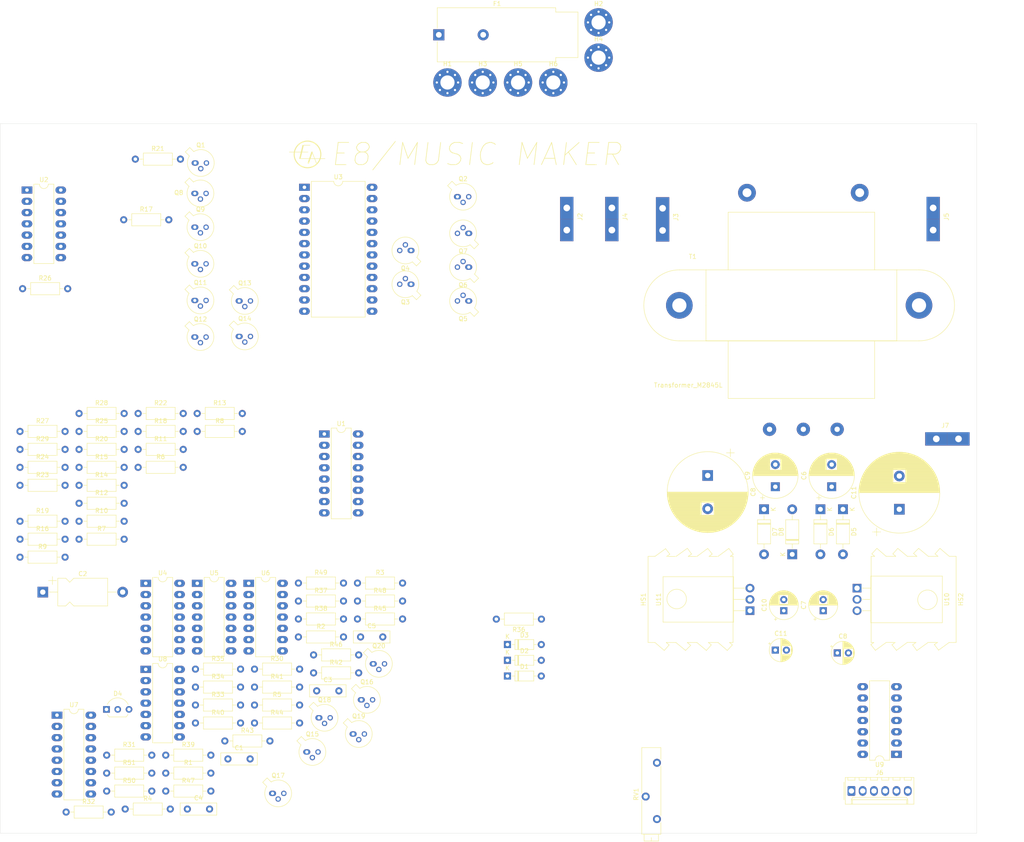
<source format=kicad_pcb>
(kicad_pcb (version 20171130) (host pcbnew "(5.1.10-1-10_14)")
  (layers (0 F.Cu signal) (31 B.Cu signal) (34 B.Paste user) (35 F.Paste user) (36 B.SilkS user) (37 F.SilkS user) (38 B.Mask user) (39 F.Mask user) (44 Edge.Cuts user))
  (net 0 "")
  (net 1 GND)
  (net 2 "Net-(C1-Pad1)")
  (net 3 "Net-(Q1-Pad3)")
  (net 4 "Net-(Q1-Pad2)")
  (net 5 +5V)
  (net 6 "Net-(Q2-Pad1)")
  (net 7 /Buffer/B0_1)
  (net 8 "Net-(Q3-Pad2)")
  (net 9 /Buffer/B0_2)
  (net 10 "Net-(Q4-Pad2)")
  (net 11 /Buffer/B0_3)
  (net 12 "Net-(Q5-Pad2)")
  (net 13 /Buffer/B0_4)
  (net 14 "Net-(Q6-Pad2)")
  (net 15 /Buffer/B0_5)
  (net 16 "Net-(Q7-Pad2)")
  (net 17 /Buffer/B0_6)
  (net 18 "Net-(Q8-Pad2)")
  (net 19 /Buffer/B0_7)
  (net 20 "Net-(Q9-Pad2)")
  (net 21 /Buffer/B0_8)
  (net 22 "Net-(Q10-Pad2)")
  (net 23 /Buffer/B0_9)
  (net 24 "Net-(Q11-Pad2)")
  (net 25 /Buffer/B0_10)
  (net 26 "Net-(Q12-Pad2)")
  (net 27 /Buffer/B0_12)
  (net 28 "Net-(Q13-Pad2)")
  (net 29 /Buffer/B0_13)
  (net 30 "Net-(Q14-Pad2)")
  (net 31 "Net-(R1-Pad2)")
  (net 32 "Net-(R3-Pad2)")
  (net 33 "Net-(R4-Pad1)")
  (net 34 /Buffer/BI_1)
  (net 35 /Buffer/BI_2)
  (net 36 /Buffer/BI_3)
  (net 37 /Buffer/BI_4)
  (net 38 /Buffer/BI_5)
  (net 39 /Buffer/BI_6)
  (net 40 /Buffer/BI_7)
  (net 41 /Buffer/BI_8)
  (net 42 /Buffer/BI_9)
  (net 43 /Buffer/BI_10)
  (net 44 /Buffer/BI_11)
  (net 45 /Buffer/BI_13)
  (net 46 "Net-(U3-Pad10)")
  (net 47 "Net-(U3-Pad9)")
  (net 48 -12V)
  (net 49 +12V)
  (net 50 A3)
  (net 51 A0)
  (net 52 A1)
  (net 53 A2)
  (net 54 "Net-(U4-Pad1)")
  (net 55 "Net-(U4-Pad11)")
  (net 56 "Net-(U4-Pad9)")
  (net 57 "Net-(U4-Pad8)")
  (net 58 "Net-(U7-Pad14)")
  (net 59 "Net-(U7-Pad13)")
  (net 60 "Net-(U6-Pad1)")
  (net 61 "Net-(U6-Pad3)")
  (net 62 "Net-(U6-Pad5)")
  (net 63 "Net-(U7-Pad3)")
  (net 64 "Net-(U6-Pad9)")
  (net 65 "Net-(U7-Pad2)")
  (net 66 "Net-(U7-Pad1)")
  (net 67 "Net-(U8-Pad9)")
  (net 68 "Net-(U8-Pad1)")
  (net 69 "Net-(U5-Pad9)")
  (net 70 "Net-(U5-Pad6)")
  (net 71 "Net-(U5-Pad3)")
  (net 72 "Net-(U5-Pad12)")
  (net 73 "Net-(C2-Pad2)")
  (net 74 "Net-(C2-Pad1)")
  (net 75 "Net-(C3-Pad1)")
  (net 76 "Net-(C4-Pad1)")
  (net 77 "Net-(C5-Pad2)")
  (net 78 "Net-(C5-Pad1)")
  (net 79 "Net-(D1-Pad2)")
  (net 80 "Net-(D1-Pad1)")
  (net 81 "Net-(D2-Pad1)")
  (net 82 "Net-(D3-Pad1)")
  (net 83 "Net-(D4-Pad1)")
  (net 84 "Net-(D4-Pad2)")
  (net 85 "Net-(Q15-Pad3)")
  (net 86 "Net-(Q15-Pad2)")
  (net 87 "Net-(Q16-Pad3)")
  (net 88 "Net-(Q16-Pad2)")
  (net 89 "Net-(Q17-Pad3)")
  (net 90 "Net-(Q17-Pad2)")
  (net 91 "Net-(Q18-Pad3)")
  (net 92 "Net-(Q18-Pad2)")
  (net 93 "Net-(Q19-Pad3)")
  (net 94 "Net-(Q19-Pad1)")
  (net 95 "Net-(Q20-Pad1)")
  (net 96 "Net-(R39-Pad2)")
  (net 97 "Net-(R42-Pad2)")
  (net 98 "Net-(R43-Pad2)")
  (net 99 "Net-(R44-Pad2)")
  (net 100 "Net-(R45-Pad2)")
  (net 101 "Net-(R49-Pad2)")
  (net 102 ~RESET_FLAG)
  (net 103 ~CLOCK)
  (net 104 ~DATA)
  (net 105 "Net-(U9-Pad3)")
  (net 106 ~FLAG)
  (net 107 "Net-(C6-Pad2)")
  (net 108 "Net-(C6-Pad1)")
  (net 109 "Net-(F1-Pad1)")
  (net 110 "Net-(J3-Pad1)")
  (net 111 "Net-(F1-Pad2)")
  (net 112 "Net-(J5-Pad1)")
  (net 113 "Net-(T1-Pad4)")
  (net 114 "Net-(C9-Pad1)")
  (net 115 "Net-(C8-Pad2)")
  (net 116 "Net-(C11-Pad1)")
  (net 117 ~FLAG_RESET)
  (net 118 "Net-(H1-Pad1)")
  (module MountingHole:MountingHole_3.2mm_M3_Pad_Via (layer F.Cu) (at 174.6 30.75)
    (fp_text reference H6 (at 0 -4.2) (layer F.SilkS))
    (fp_text value MountingHole_Pad)
    (pad 1 thru_hole circle (at 1.697056 -1.697056) (size 0.8 0.8) (drill 0.5) (layers *.Cu *.Mask) (net 118 "Net-(H1-Pad1)"))
    (pad 1 thru_hole circle (at 0 -2.4) (size 0.8 0.8) (drill 0.5) (layers *.Cu *.Mask) (net 118 "Net-(H1-Pad1)"))
    (pad 1 thru_hole circle (at -1.697056 -1.697056) (size 0.8 0.8) (drill 0.5) (layers *.Cu *.Mask) (net 118 "Net-(H1-Pad1)"))
    (pad 1 thru_hole circle (at -2.4 0) (size 0.8 0.8) (drill 0.5) (layers *.Cu *.Mask) (net 118 "Net-(H1-Pad1)"))
    (pad 1 thru_hole circle (at -1.697056 1.697056) (size 0.8 0.8) (drill 0.5) (layers *.Cu *.Mask) (net 118 "Net-(H1-Pad1)"))
    (pad 1 thru_hole circle (at 0 2.4) (size 0.8 0.8) (drill 0.5) (layers *.Cu *.Mask) (net 118 "Net-(H1-Pad1)"))
    (pad 1 thru_hole circle (at 1.697056 1.697056) (size 0.8 0.8) (drill 0.5) (layers *.Cu *.Mask) (net 118 "Net-(H1-Pad1)"))
    (pad 1 thru_hole circle (at 2.4 0) (size 0.8 0.8) (drill 0.5) (layers *.Cu *.Mask) (net 118 "Net-(H1-Pad1)"))
    (pad 1 thru_hole circle (at 0 0) (size 6.4 6.4) (drill 3.2) (layers *.Cu *.Mask) (net 118 "Net-(H1-Pad1)"))
  )
  (module MountingHole:MountingHole_3.2mm_M3_Pad_Via (layer F.Cu) (at 166.65 30.75)
    (fp_text reference H5 (at 0 -4.2) (layer F.SilkS))
    (fp_text value MountingHole_Pad)
    (pad 1 thru_hole circle (at 1.697056 -1.697056) (size 0.8 0.8) (drill 0.5) (layers *.Cu *.Mask) (net 118 "Net-(H1-Pad1)"))
    (pad 1 thru_hole circle (at 0 -2.4) (size 0.8 0.8) (drill 0.5) (layers *.Cu *.Mask) (net 118 "Net-(H1-Pad1)"))
    (pad 1 thru_hole circle (at -1.697056 -1.697056) (size 0.8 0.8) (drill 0.5) (layers *.Cu *.Mask) (net 118 "Net-(H1-Pad1)"))
    (pad 1 thru_hole circle (at -2.4 0) (size 0.8 0.8) (drill 0.5) (layers *.Cu *.Mask) (net 118 "Net-(H1-Pad1)"))
    (pad 1 thru_hole circle (at -1.697056 1.697056) (size 0.8 0.8) (drill 0.5) (layers *.Cu *.Mask) (net 118 "Net-(H1-Pad1)"))
    (pad 1 thru_hole circle (at 0 2.4) (size 0.8 0.8) (drill 0.5) (layers *.Cu *.Mask) (net 118 "Net-(H1-Pad1)"))
    (pad 1 thru_hole circle (at 1.697056 1.697056) (size 0.8 0.8) (drill 0.5) (layers *.Cu *.Mask) (net 118 "Net-(H1-Pad1)"))
    (pad 1 thru_hole circle (at 2.4 0) (size 0.8 0.8) (drill 0.5) (layers *.Cu *.Mask) (net 118 "Net-(H1-Pad1)"))
    (pad 1 thru_hole circle (at 0 0) (size 6.4 6.4) (drill 3.2) (layers *.Cu *.Mask) (net 118 "Net-(H1-Pad1)"))
  )
  (module MountingHole:MountingHole_3.2mm_M3_Pad_Via (layer F.Cu) (at 184.8 25.15)
    (fp_text reference H4 (at 0 -4.2) (layer F.SilkS))
    (fp_text value MountingHole_Pad)
    (pad 1 thru_hole circle (at 1.697056 -1.697056) (size 0.8 0.8) (drill 0.5) (layers *.Cu *.Mask) (net 118 "Net-(H1-Pad1)"))
    (pad 1 thru_hole circle (at 0 -2.4) (size 0.8 0.8) (drill 0.5) (layers *.Cu *.Mask) (net 118 "Net-(H1-Pad1)"))
    (pad 1 thru_hole circle (at -1.697056 -1.697056) (size 0.8 0.8) (drill 0.5) (layers *.Cu *.Mask) (net 118 "Net-(H1-Pad1)"))
    (pad 1 thru_hole circle (at -2.4 0) (size 0.8 0.8) (drill 0.5) (layers *.Cu *.Mask) (net 118 "Net-(H1-Pad1)"))
    (pad 1 thru_hole circle (at -1.697056 1.697056) (size 0.8 0.8) (drill 0.5) (layers *.Cu *.Mask) (net 118 "Net-(H1-Pad1)"))
    (pad 1 thru_hole circle (at 0 2.4) (size 0.8 0.8) (drill 0.5) (layers *.Cu *.Mask) (net 118 "Net-(H1-Pad1)"))
    (pad 1 thru_hole circle (at 1.697056 1.697056) (size 0.8 0.8) (drill 0.5) (layers *.Cu *.Mask) (net 118 "Net-(H1-Pad1)"))
    (pad 1 thru_hole circle (at 2.4 0) (size 0.8 0.8) (drill 0.5) (layers *.Cu *.Mask) (net 118 "Net-(H1-Pad1)"))
    (pad 1 thru_hole circle (at 0 0) (size 6.4 6.4) (drill 3.2) (layers *.Cu *.Mask) (net 118 "Net-(H1-Pad1)"))
  )
  (module MountingHole:MountingHole_3.2mm_M3_Pad_Via (layer F.Cu) (at 158.7 30.75)
    (fp_text reference H3 (at 0 -4.2) (layer F.SilkS))
    (fp_text value MountingHole_Pad)
    (pad 1 thru_hole circle (at 1.697056 -1.697056) (size 0.8 0.8) (drill 0.5) (layers *.Cu *.Mask) (net 118 "Net-(H1-Pad1)"))
    (pad 1 thru_hole circle (at 0 -2.4) (size 0.8 0.8) (drill 0.5) (layers *.Cu *.Mask) (net 118 "Net-(H1-Pad1)"))
    (pad 1 thru_hole circle (at -1.697056 -1.697056) (size 0.8 0.8) (drill 0.5) (layers *.Cu *.Mask) (net 118 "Net-(H1-Pad1)"))
    (pad 1 thru_hole circle (at -2.4 0) (size 0.8 0.8) (drill 0.5) (layers *.Cu *.Mask) (net 118 "Net-(H1-Pad1)"))
    (pad 1 thru_hole circle (at -1.697056 1.697056) (size 0.8 0.8) (drill 0.5) (layers *.Cu *.Mask) (net 118 "Net-(H1-Pad1)"))
    (pad 1 thru_hole circle (at 0 2.4) (size 0.8 0.8) (drill 0.5) (layers *.Cu *.Mask) (net 118 "Net-(H1-Pad1)"))
    (pad 1 thru_hole circle (at 1.697056 1.697056) (size 0.8 0.8) (drill 0.5) (layers *.Cu *.Mask) (net 118 "Net-(H1-Pad1)"))
    (pad 1 thru_hole circle (at 2.4 0) (size 0.8 0.8) (drill 0.5) (layers *.Cu *.Mask) (net 118 "Net-(H1-Pad1)"))
    (pad 1 thru_hole circle (at 0 0) (size 6.4 6.4) (drill 3.2) (layers *.Cu *.Mask) (net 118 "Net-(H1-Pad1)"))
  )
  (module MountingHole:MountingHole_3.2mm_M3_Pad_Via (layer F.Cu) (at 184.8 17.2)
    (fp_text reference H2 (at 0 -4.2) (layer F.SilkS))
    (fp_text value MountingHole_Pad)
    (pad 1 thru_hole circle (at 1.697056 -1.697056) (size 0.8 0.8) (drill 0.5) (layers *.Cu *.Mask) (net 118 "Net-(H1-Pad1)"))
    (pad 1 thru_hole circle (at 0 -2.4) (size 0.8 0.8) (drill 0.5) (layers *.Cu *.Mask) (net 118 "Net-(H1-Pad1)"))
    (pad 1 thru_hole circle (at -1.697056 -1.697056) (size 0.8 0.8) (drill 0.5) (layers *.Cu *.Mask) (net 118 "Net-(H1-Pad1)"))
    (pad 1 thru_hole circle (at -2.4 0) (size 0.8 0.8) (drill 0.5) (layers *.Cu *.Mask) (net 118 "Net-(H1-Pad1)"))
    (pad 1 thru_hole circle (at -1.697056 1.697056) (size 0.8 0.8) (drill 0.5) (layers *.Cu *.Mask) (net 118 "Net-(H1-Pad1)"))
    (pad 1 thru_hole circle (at 0 2.4) (size 0.8 0.8) (drill 0.5) (layers *.Cu *.Mask) (net 118 "Net-(H1-Pad1)"))
    (pad 1 thru_hole circle (at 1.697056 1.697056) (size 0.8 0.8) (drill 0.5) (layers *.Cu *.Mask) (net 118 "Net-(H1-Pad1)"))
    (pad 1 thru_hole circle (at 2.4 0) (size 0.8 0.8) (drill 0.5) (layers *.Cu *.Mask) (net 118 "Net-(H1-Pad1)"))
    (pad 1 thru_hole circle (at 0 0) (size 6.4 6.4) (drill 3.2) (layers *.Cu *.Mask) (net 118 "Net-(H1-Pad1)"))
  )
  (module MountingHole:MountingHole_3.2mm_M3_Pad_Via (layer F.Cu) (at 150.75 30.75)
    (fp_text reference H1 (at 0 -4.2) (layer F.SilkS))
    (fp_text value MountingHole_Pad)
    (pad 1 thru_hole circle (at 1.697056 -1.697056) (size 0.8 0.8) (drill 0.5) (layers *.Cu *.Mask) (net 118 "Net-(H1-Pad1)"))
    (pad 1 thru_hole circle (at 0 -2.4) (size 0.8 0.8) (drill 0.5) (layers *.Cu *.Mask) (net 118 "Net-(H1-Pad1)"))
    (pad 1 thru_hole circle (at -1.697056 -1.697056) (size 0.8 0.8) (drill 0.5) (layers *.Cu *.Mask) (net 118 "Net-(H1-Pad1)"))
    (pad 1 thru_hole circle (at -2.4 0) (size 0.8 0.8) (drill 0.5) (layers *.Cu *.Mask) (net 118 "Net-(H1-Pad1)"))
    (pad 1 thru_hole circle (at -1.697056 1.697056) (size 0.8 0.8) (drill 0.5) (layers *.Cu *.Mask) (net 118 "Net-(H1-Pad1)"))
    (pad 1 thru_hole circle (at 0 2.4) (size 0.8 0.8) (drill 0.5) (layers *.Cu *.Mask) (net 118 "Net-(H1-Pad1)"))
    (pad 1 thru_hole circle (at 1.697056 1.697056) (size 0.8 0.8) (drill 0.5) (layers *.Cu *.Mask) (net 118 "Net-(H1-Pad1)"))
    (pad 1 thru_hole circle (at 2.4 0) (size 0.8 0.8) (drill 0.5) (layers *.Cu *.Mask) (net 118 "Net-(H1-Pad1)"))
    (pad 1 thru_hole circle (at 0 0) (size 6.4 6.4) (drill 3.2) (layers *.Cu *.Mask) (net 118 "Net-(H1-Pad1)"))
  )
  (module Fuse:Fuseholder_Cylinder-5x20mm_Schurter_FAB_0031-355x_Horizontal_Closed (layer F.Cu) (at 148.8 20)
    (fp_text reference F1 (at 13.125 -7) (layer F.SilkS))
    (fp_text value Fuse)
    (pad 2 thru_hole circle (at 10 0) (size 2.5 2.5) (drill 1.3) (layers *.Cu *.Mask) (net 111 "Net-(F1-Pad2)"))
    (pad 1 thru_hole rect (at 0 0) (size 2.5 2.5) (drill 1.3) (layers *.Cu *.Mask) (net 109 "Net-(F1-Pad1)"))
  )
  (module Package_TO_SOT_THT:TO-220F-3_Horizontal_TabDown (layer F.Cu) (at 243.04 144.755 270)
    (fp_text reference U10 (at 2.54 -20.22 270) (layer F.SilkS))
    (fp_text value L7812)
    (pad 3 thru_hole oval (at 5.08 0 270) (size 1.905 2) (drill 1.2) (layers *.Cu *.Mask) (net 49 +12V))
    (pad 2 thru_hole oval (at 2.54 0 270) (size 1.905 2) (drill 1.2) (layers *.Cu *.Mask) (net 1 GND))
    (pad 1 thru_hole rect (at 0 0 270) (size 1.905 2) (drill 1.2) (layers *.Cu *.Mask) (net 116 "Net-(C11-Pad1)"))
    (pad "" np_thru_hole oval (at 2.54 -15.8 270) (size 3.5 3.5) (drill 3.5) (layers *.Cu *.Mask))
  )
  (module EDUC-8:EA_Symbol (layer F.Cu) (at 119.215 46.965)
    (fp_text reference REF** hide)
    (fp_text value EA_Symbol hide)
  )
  (module Connector_Molex:Molex_KK-254_AE-6410-06A_1x06_P2.54mm_Vertical (layer F.Cu) (at 241.77 190.475)
    (fp_text reference J6 (at 6.35 -4.12) (layer F.SilkS))
    (fp_text value Conn_01x06_Male)
    (pad 6 thru_hole oval (at 12.7 0) (size 1.74 2.19) (drill 1.19) (layers *.Cu *.Mask) (net 1 GND))
    (pad 5 thru_hole oval (at 10.16 0) (size 1.74 2.19) (drill 1.19) (layers *.Cu *.Mask) (net 5 +5V))
    (pad 4 thru_hole oval (at 7.62 0) (size 1.74 2.19) (drill 1.19) (layers *.Cu *.Mask) (net 103 ~CLOCK))
    (pad 3 thru_hole oval (at 5.08 0) (size 1.74 2.19) (drill 1.19) (layers *.Cu *.Mask) (net 117 ~FLAG_RESET))
    (pad 2 thru_hole oval (at 2.54 0) (size 1.74 2.19) (drill 1.19) (layers *.Cu *.Mask) (net 106 ~FLAG))
    (pad 1 thru_hole roundrect (at 0 0) (size 1.74 2.19) (drill 1.19) (layers *.Cu *.Mask) (roundrect_rratio 0.143678) (net 104 ~DATA))
  )
  (module Capacitor_THT:CP_Radial_D6.3mm_P2.50mm (layer F.Cu) (at 226.53 149.835 90)
    (fp_text reference C10 (at 1.25 -4.4 90) (layer F.SilkS))
    (fp_text value CP)
    (pad 2 thru_hole circle (at 2.5 0 90) (size 1.6 1.6) (drill 0.8) (layers *.Cu *.Mask) (net 48 -12V))
    (pad 1 thru_hole rect (at 0 0 90) (size 1.6 1.6) (drill 0.8) (layers *.Cu *.Mask) (net 1 GND))
  )
  (module Capacitor_THT:CP_Radial_D18.0mm_P7.50mm (layer F.Cu) (at 209.385 119.355 270)
    (fp_text reference C8 (at 3.75 -10.25 90) (layer F.SilkS))
    (fp_text value CP)
    (pad 2 thru_hole circle (at 7.5 0 270) (size 2.4 2.4) (drill 1.2) (layers *.Cu *.Mask) (net 115 "Net-(C8-Pad2)"))
    (pad 1 thru_hole rect (at 0 0 270) (size 2.4 2.4) (drill 1.2) (layers *.Cu *.Mask) (net 1 GND))
  )
  (module Capacitor_THT:CP_Radial_D6.3mm_P2.50mm (layer F.Cu) (at 235.42 149.835 90)
    (fp_text reference C7 (at 1.25 -4.4 90) (layer F.SilkS))
    (fp_text value CP)
    (pad 2 thru_hole circle (at 2.5 0 90) (size 1.6 1.6) (drill 0.8) (layers *.Cu *.Mask) (net 1 GND))
    (pad 1 thru_hole rect (at 0 0 90) (size 1.6 1.6) (drill 0.8) (layers *.Cu *.Mask) (net 49 +12V))
  )
  (module Capacitor_THT:CP_Radial_D18.0mm_P7.50mm (layer F.Cu) (at 252.565 126.975 90)
    (fp_text reference C11 (at 3.75 -10.25 90) (layer F.SilkS))
    (fp_text value CP)
    (pad 2 thru_hole circle (at 7.5 0 90) (size 2.4 2.4) (drill 1.2) (layers *.Cu *.Mask) (net 1 GND))
    (pad 1 thru_hole rect (at 0 0 90) (size 2.4 2.4) (drill 1.2) (layers *.Cu *.Mask) (net 116 "Net-(C11-Pad1)"))
  )
  (module Capacitor_THT:CP_Radial_D10.0mm_P5.00mm (layer F.Cu) (at 224.625 121.895 90)
    (fp_text reference C9 (at 2.5 -6.25 90) (layer F.SilkS))
    (fp_text value CP)
    (pad 2 thru_hole circle (at 5 0 90) (size 2 2) (drill 1) (layers *.Cu *.Mask) (net 107 "Net-(C6-Pad2)"))
    (pad 1 thru_hole rect (at 0 0 90) (size 2 2) (drill 1) (layers *.Cu *.Mask) (net 114 "Net-(C9-Pad1)"))
  )
  (module Capacitor_THT:CP_Radial_D10.0mm_P5.00mm (layer F.Cu) (at 237.325 121.895 90)
    (fp_text reference C6 (at 2.5 -6.25 90) (layer F.SilkS))
    (fp_text value CP)
    (pad 2 thru_hole circle (at 5 0 90) (size 2 2) (drill 1) (layers *.Cu *.Mask) (net 107 "Net-(C6-Pad2)"))
    (pad 1 thru_hole rect (at 0 0 90) (size 2 2) (drill 1) (layers *.Cu *.Mask) (net 108 "Net-(C6-Pad1)"))
  )
  (module Package_TO_SOT_THT:TO-220-3_Horizontal_TabDown (layer F.Cu) (at 218.91 149.835 90)
    (fp_text reference U11 (at 2.54 -20.58 90) (layer F.SilkS))
    (fp_text value LM7912_TO220)
    (pad 3 thru_hole oval (at 5.08 0 90) (size 1.905 2) (drill 1.1) (layers *.Cu *.Mask) (net 48 -12V))
    (pad 2 thru_hole oval (at 2.54 0 90) (size 1.905 2) (drill 1.1) (layers *.Cu *.Mask) (net 115 "Net-(C8-Pad2)"))
    (pad 1 thru_hole rect (at 0 0 90) (size 1.905 2) (drill 1.1) (layers *.Cu *.Mask) (net 1 GND))
    (pad "" np_thru_hole oval (at 2.54 -16.66 90) (size 3.5 3.5) (drill 3.5) (layers *.Cu *.Mask))
  )
  (module Altronics:M2845L (layer F.Cu) (at 203 81)
    (fp_text reference T1 (at 3 -11) (layer F.SilkS))
    (fp_text value Transformer_M2845L (at 2 18) (layer F.SilkS))
    (pad 2 thru_hole circle (at 40.64 -25.4) (size 4 4) (drill 2) (layers *.Cu *.Mask) (net 112 "Net-(J5-Pad1)"))
    (pad 1 thru_hole circle (at 15.24 -25.4) (size 4 4) (drill 2) (layers *.Cu *.Mask) (net 110 "Net-(J3-Pad1)"))
    (pad 5 thru_hole circle (at 35.56 27.94) (size 3 3) (drill 1.2) (layers *.Cu *.Mask) (net 107 "Net-(C6-Pad2)"))
    (pad 4 thru_hole circle (at 27.94 27.94) (size 3 3) (drill 1.2) (layers *.Cu *.Mask) (net 113 "Net-(T1-Pad4)"))
    (pad 3 thru_hole circle (at 20.32 27.94) (size 3 3) (drill 1.2) (layers *.Cu *.Mask) (net 1 GND))
    (pad 0 thru_hole circle (at 54 0) (size 6 6) (drill 3.2) (layers *.Cu *.Mask) (net 1 GND))
    (pad 0 thru_hole circle (at 0 0) (size 6 6) (drill 3.2) (layers *.Cu *.Mask) (net 1 GND))
  )
  (module dBSound_library:QC_Terminal_PCB_W6.3mm_P5mm_ (layer F.Cu) (at 265.9 111.1 180)
    (fp_text reference J7 (at 3 3) (layer F.SilkS))
    (fp_text value EARTH)
    (pad 1 thru_hole rect (at 5 0 180) (size 5 3) (drill 1.5) (layers *.Cu *.Mask) (net 1 GND) (clearance 2))
    (pad 1 thru_hole rect (at 0 0 180) (size 5 3) (drill 1.5) (layers *.Cu *.Mask) (net 1 GND) (clearance 2))
  )
  (module dBSound_library:QC_Terminal_PCB_W6.3mm_P5mm_ (layer F.Cu) (at 260.185 64.03 90)
    (fp_text reference J5 (at 3 3 90) (layer F.SilkS))
    (fp_text value Neutral)
    (pad 1 thru_hole rect (at 5 0 90) (size 5 3) (drill 1.5) (layers *.Cu *.Mask) (net 112 "Net-(J5-Pad1)") (clearance 2))
    (pad 1 thru_hole rect (at 0 0 90) (size 5 3) (drill 1.5) (layers *.Cu *.Mask) (net 112 "Net-(J5-Pad1)") (clearance 2))
  )
  (module dBSound_library:QC_Terminal_PCB_W6.3mm_P5mm_ (layer F.Cu) (at 187.795 64.03 90)
    (fp_text reference J4 (at 3 3 90) (layer F.SilkS))
    (fp_text value Active)
    (pad 1 thru_hole rect (at 5 0 90) (size 5 3) (drill 1.5) (layers *.Cu *.Mask) (net 111 "Net-(F1-Pad2)") (clearance 2))
    (pad 1 thru_hole rect (at 0 0 90) (size 5 3) (drill 1.5) (layers *.Cu *.Mask) (net 111 "Net-(F1-Pad2)") (clearance 2))
  )
  (module dBSound_library:QC_Terminal_PCB_W6.3mm_P5mm_ (layer F.Cu) (at 199.225 64.11 90)
    (fp_text reference J3 (at 3 3 90) (layer F.SilkS))
    (fp_text value Active)
    (pad 1 thru_hole rect (at 5 0 90) (size 5 3) (drill 1.5) (layers *.Cu *.Mask) (net 110 "Net-(J3-Pad1)") (clearance 2))
    (pad 1 thru_hole rect (at 0 0 90) (size 5 3) (drill 1.5) (layers *.Cu *.Mask) (net 110 "Net-(J3-Pad1)") (clearance 2))
  )
  (module dBSound_library:QC_Terminal_PCB_W6.3mm_P5mm_ (layer F.Cu) (at 177.635 64.03 90)
    (fp_text reference J2 (at 3 3 90) (layer F.SilkS))
    (fp_text value Active)
    (pad 1 thru_hole rect (at 5 0 90) (size 5 3) (drill 1.5) (layers *.Cu *.Mask) (net 109 "Net-(F1-Pad1)") (clearance 2))
    (pad 1 thru_hole rect (at 0 0 90) (size 5 3) (drill 1.5) (layers *.Cu *.Mask) (net 109 "Net-(F1-Pad1)") (clearance 2))
  )
  (module Heatsink:Heatsink_Aavid-TV5G_TO220_Horizontal (layer F.Cu) (at 258.915 147.295 270)
    (fp_text reference HS2 (at 0 -7.5 90) (layer F.SilkS))
    (fp_text value Heatsink)
  )
  (module Heatsink:Heatsink_Aavid-TV5G_TO220_Horizontal (layer F.Cu) (at 202.4 147.295 90)
    (fp_text reference HS1 (at 0 -7.5 90) (layer F.SilkS))
    (fp_text value Heatsink)
  )
  (module Diode_THT:D_DO-41_SOD81_P10.16mm_Horizontal (layer F.Cu) (at 228.435 137.135 90)
    (fp_text reference D8 (at 5.08 -2.47 90) (layer F.SilkS))
    (fp_text value 1N4001)
    (fp_text user K (at 0 -2.1 90) (layer F.SilkS))
    (pad 2 thru_hole oval (at 10.16 0 90) (size 2.2 2.2) (drill 1.1) (layers *.Cu *.Mask) (net 114 "Net-(C9-Pad1)"))
    (pad 1 thru_hole rect (at 0 0 90) (size 2.2 2.2) (drill 1.1) (layers *.Cu *.Mask) (net 1 GND))
  )
  (module Diode_THT:D_DO-41_SOD81_P10.16mm_Horizontal (layer F.Cu) (at 222.085 126.975 270)
    (fp_text reference D7 (at 5.08 -2.47 90) (layer F.SilkS))
    (fp_text value 1N4001)
    (fp_text user K (at 0 -2.1 90) (layer F.SilkS))
    (pad 2 thru_hole oval (at 10.16 0 270) (size 2.2 2.2) (drill 1.1) (layers *.Cu *.Mask) (net 115 "Net-(C8-Pad2)"))
    (pad 1 thru_hole rect (at 0 0 270) (size 2.2 2.2) (drill 1.1) (layers *.Cu *.Mask) (net 114 "Net-(C9-Pad1)"))
  )
  (module Diode_THT:D_DO-41_SOD81_P10.16mm_Horizontal (layer F.Cu) (at 234.785 126.975 270)
    (fp_text reference D6 (at 5.08 -2.47 90) (layer F.SilkS))
    (fp_text value 1N4001)
    (fp_text user K (at 0 -2.1 90) (layer F.SilkS))
    (pad 2 thru_hole oval (at 10.16 0 270) (size 2.2 2.2) (drill 1.1) (layers *.Cu *.Mask) (net 1 GND))
    (pad 1 thru_hole rect (at 0 0 270) (size 2.2 2.2) (drill 1.1) (layers *.Cu *.Mask) (net 108 "Net-(C6-Pad1)"))
  )
  (module Diode_THT:D_DO-41_SOD81_P10.16mm_Horizontal (layer F.Cu) (at 239.865 126.975 270)
    (fp_text reference D5 (at 5.08 -2.47 90) (layer F.SilkS))
    (fp_text value 1N4001)
    (fp_text user K (at 0 -2.1 90) (layer F.SilkS))
    (pad 2 thru_hole oval (at 10.16 0 270) (size 2.2 2.2) (drill 1.1) (layers *.Cu *.Mask) (net 108 "Net-(C6-Pad1)"))
    (pad 1 thru_hole rect (at 0 0 270) (size 2.2 2.2) (drill 1.1) (layers *.Cu *.Mask) (net 116 "Net-(C11-Pad1)"))
  )
  (module Capacitor_THT:CP_Radial_D5.0mm_P2.50mm (layer F.Cu) (at 224.625 158.725)
    (fp_text reference C11 (at 1.25 -3.75) (layer F.SilkS))
    (fp_text value CP)
    (pad 2 thru_hole circle (at 2.5 0) (size 1.6 1.6) (drill 0.8) (layers *.Cu *.Mask) (net 1 GND))
    (pad 1 thru_hole rect (at 0 0) (size 1.6 1.6) (drill 0.8) (layers *.Cu *.Mask) (net 48 -12V))
  )
  (module Capacitor_THT:CP_Radial_D5.0mm_P2.50mm (layer F.Cu) (at 238.595 159.36)
    (fp_text reference C8 (at 1.25 -3.75) (layer F.SilkS))
    (fp_text value CP)
    (pad 2 thru_hole circle (at 2.5 0) (size 1.6 1.6) (drill 0.8) (layers *.Cu *.Mask) (net 1 GND))
    (pad 1 thru_hole rect (at 0 0) (size 1.6 1.6) (drill 0.8) (layers *.Cu *.Mask) (net 49 +12V))
  )
  (module Package_DIP:DIP-14_W7.62mm_LongPads (layer F.Cu) (at 251.93 182.22 180)
    (fp_text reference U9 (at 3.81 -2.33) (layer F.SilkS))
    (fp_text value 74LS37)
    (pad 14 thru_hole oval (at 7.62 0 180) (size 2.4 1.6) (drill 0.8) (layers *.Cu *.Mask) (net 5 +5V))
    (pad 7 thru_hole oval (at 0 15.24 180) (size 2.4 1.6) (drill 0.8) (layers *.Cu *.Mask) (net 1 GND))
    (pad 13 thru_hole oval (at 7.62 2.54 180) (size 2.4 1.6) (drill 0.8) (layers *.Cu *.Mask) (net 104 ~DATA))
    (pad 6 thru_hole oval (at 0 12.7 180) (size 2.4 1.6) (drill 0.8) (layers *.Cu *.Mask) (net 66 "Net-(U7-Pad1)"))
    (pad 12 thru_hole oval (at 7.62 5.08 180) (size 2.4 1.6) (drill 0.8) (layers *.Cu *.Mask) (net 104 ~DATA))
    (pad 5 thru_hole oval (at 0 10.16 180) (size 2.4 1.6) (drill 0.8) (layers *.Cu *.Mask) (net 77 "Net-(C5-Pad2)"))
    (pad 11 thru_hole oval (at 7.62 7.62 180) (size 2.4 1.6) (drill 0.8) (layers *.Cu *.Mask) (net 68 "Net-(U8-Pad1)"))
    (pad 4 thru_hole oval (at 0 7.62 180) (size 2.4 1.6) (drill 0.8) (layers *.Cu *.Mask) (net 105 "Net-(U9-Pad3)"))
    (pad 10 thru_hole oval (at 7.62 10.16 180) (size 2.4 1.6) (drill 0.8) (layers *.Cu *.Mask) (net 66 "Net-(U7-Pad1)"))
    (pad 3 thru_hole oval (at 0 5.08 180) (size 2.4 1.6) (drill 0.8) (layers *.Cu *.Mask) (net 105 "Net-(U9-Pad3)"))
    (pad 9 thru_hole oval (at 7.62 12.7 180) (size 2.4 1.6) (drill 0.8) (layers *.Cu *.Mask) (net 66 "Net-(U7-Pad1)"))
    (pad 2 thru_hole oval (at 0 2.54 180) (size 2.4 1.6) (drill 0.8) (layers *.Cu *.Mask) (net 66 "Net-(U7-Pad1)"))
    (pad 8 thru_hole oval (at 7.62 15.24 180) (size 2.4 1.6) (drill 0.8) (layers *.Cu *.Mask) (net 106 ~FLAG))
    (pad 1 thru_hole rect (at 0 0 180) (size 2.4 1.6) (drill 0.8) (layers *.Cu *.Mask) (net 102 ~RESET_FLAG))
  )
  (module Package_DIP:DIP-14_W7.62mm_LongPads (layer F.Cu) (at 82.765 163.06)
    (fp_text reference U8 (at 3.81 -2.33) (layer F.SilkS))
    (fp_text value 74LS164)
    (pad 14 thru_hole oval (at 7.62 0) (size 2.4 1.6) (drill 0.8) (layers *.Cu *.Mask) (net 5 +5V))
    (pad 7 thru_hole oval (at 0 15.24) (size 2.4 1.6) (drill 0.8) (layers *.Cu *.Mask) (net 1 GND))
    (pad 13 thru_hole oval (at 7.62 2.54) (size 2.4 1.6) (drill 0.8) (layers *.Cu *.Mask) (net 51 A0))
    (pad 6 thru_hole oval (at 0 12.7) (size 2.4 1.6) (drill 0.8) (layers *.Cu *.Mask) (net 58 "Net-(U7-Pad14)"))
    (pad 12 thru_hole oval (at 7.62 5.08) (size 2.4 1.6) (drill 0.8) (layers *.Cu *.Mask) (net 52 A1))
    (pad 5 thru_hole oval (at 0 10.16) (size 2.4 1.6) (drill 0.8) (layers *.Cu *.Mask) (net 59 "Net-(U7-Pad13)"))
    (pad 11 thru_hole oval (at 7.62 7.62) (size 2.4 1.6) (drill 0.8) (layers *.Cu *.Mask) (net 53 A2))
    (pad 4 thru_hole oval (at 0 7.62) (size 2.4 1.6) (drill 0.8) (layers *.Cu *.Mask) (net 65 "Net-(U7-Pad2)"))
    (pad 10 thru_hole oval (at 7.62 10.16) (size 2.4 1.6) (drill 0.8) (layers *.Cu *.Mask) (net 50 A3))
    (pad 3 thru_hole oval (at 0 5.08) (size 2.4 1.6) (drill 0.8) (layers *.Cu *.Mask) (net 63 "Net-(U7-Pad3)"))
    (pad 9 thru_hole oval (at 7.62 12.7) (size 2.4 1.6) (drill 0.8) (layers *.Cu *.Mask) (net 67 "Net-(U8-Pad9)"))
    (pad 2 thru_hole oval (at 0 2.54) (size 2.4 1.6) (drill 0.8) (layers *.Cu *.Mask) (net 68 "Net-(U8-Pad1)"))
    (pad 8 thru_hole oval (at 7.62 15.24) (size 2.4 1.6) (drill 0.8) (layers *.Cu *.Mask) (net 103 ~CLOCK))
    (pad 1 thru_hole rect (at 0 0) (size 2.4 1.6) (drill 0.8) (layers *.Cu *.Mask) (net 68 "Net-(U8-Pad1)"))
  )
  (module Package_DIP:DIP-16_W7.62mm_LongPads (layer F.Cu) (at 62.765 173.39)
    (fp_text reference U7 (at 3.81 -2.33) (layer F.SilkS))
    (fp_text value 74LS139)
    (pad 16 thru_hole oval (at 7.62 0) (size 2.4 1.6) (drill 0.8) (layers *.Cu *.Mask) (net 5 +5V))
    (pad 8 thru_hole oval (at 0 17.78) (size 2.4 1.6) (drill 0.8) (layers *.Cu *.Mask) (net 1 GND))
    (pad 15 thru_hole oval (at 7.62 2.54) (size 2.4 1.6) (drill 0.8) (layers *.Cu *.Mask) (net 66 "Net-(U7-Pad1)"))
    (pad 7 thru_hole oval (at 0 15.24) (size 2.4 1.6) (drill 0.8) (layers *.Cu *.Mask) (net 97 "Net-(R42-Pad2)"))
    (pad 14 thru_hole oval (at 7.62 5.08) (size 2.4 1.6) (drill 0.8) (layers *.Cu *.Mask) (net 58 "Net-(U7-Pad14)"))
    (pad 6 thru_hole oval (at 0 12.7) (size 2.4 1.6) (drill 0.8) (layers *.Cu *.Mask) (net 98 "Net-(R43-Pad2)"))
    (pad 13 thru_hole oval (at 7.62 7.62) (size 2.4 1.6) (drill 0.8) (layers *.Cu *.Mask) (net 59 "Net-(U7-Pad13)"))
    (pad 5 thru_hole oval (at 0 10.16) (size 2.4 1.6) (drill 0.8) (layers *.Cu *.Mask) (net 99 "Net-(R44-Pad2)"))
    (pad 12 thru_hole oval (at 7.62 10.16) (size 2.4 1.6) (drill 0.8) (layers *.Cu *.Mask) (net 60 "Net-(U6-Pad1)"))
    (pad 4 thru_hole oval (at 0 7.62) (size 2.4 1.6) (drill 0.8) (layers *.Cu *.Mask) (net 100 "Net-(R45-Pad2)"))
    (pad 11 thru_hole oval (at 7.62 12.7) (size 2.4 1.6) (drill 0.8) (layers *.Cu *.Mask) (net 61 "Net-(U6-Pad3)"))
    (pad 3 thru_hole oval (at 0 5.08) (size 2.4 1.6) (drill 0.8) (layers *.Cu *.Mask) (net 63 "Net-(U7-Pad3)"))
    (pad 10 thru_hole oval (at 7.62 15.24) (size 2.4 1.6) (drill 0.8) (layers *.Cu *.Mask) (net 62 "Net-(U6-Pad5)"))
    (pad 2 thru_hole oval (at 0 2.54) (size 2.4 1.6) (drill 0.8) (layers *.Cu *.Mask) (net 65 "Net-(U7-Pad2)"))
    (pad 9 thru_hole oval (at 7.62 17.78) (size 2.4 1.6) (drill 0.8) (layers *.Cu *.Mask) (net 64 "Net-(U6-Pad9)"))
    (pad 1 thru_hole rect (at 0 0) (size 2.4 1.6) (drill 0.8) (layers *.Cu *.Mask) (net 66 "Net-(U7-Pad1)"))
  )
  (module Package_DIP:DIP-14_W7.62mm_LongPads (layer F.Cu) (at 105.965 143.66)
    (fp_text reference U6 (at 3.81 -2.33) (layer F.SilkS))
    (fp_text value 74LS04)
    (pad 14 thru_hole oval (at 7.62 0) (size 2.4 1.6) (drill 0.8) (layers *.Cu *.Mask) (net 5 +5V))
    (pad 7 thru_hole oval (at 0 15.24) (size 2.4 1.6) (drill 0.8) (layers *.Cu *.Mask) (net 1 GND))
    (pad 13 thru_hole oval (at 7.62 2.54) (size 2.4 1.6) (drill 0.8) (layers *.Cu *.Mask))
    (pad 6 thru_hole oval (at 0 12.7) (size 2.4 1.6) (drill 0.8) (layers *.Cu *.Mask) (net 69 "Net-(U5-Pad9)"))
    (pad 12 thru_hole oval (at 7.62 5.08) (size 2.4 1.6) (drill 0.8) (layers *.Cu *.Mask))
    (pad 5 thru_hole oval (at 0 10.16) (size 2.4 1.6) (drill 0.8) (layers *.Cu *.Mask) (net 62 "Net-(U6-Pad5)"))
    (pad 11 thru_hole oval (at 7.62 7.62) (size 2.4 1.6) (drill 0.8) (layers *.Cu *.Mask))
    (pad 4 thru_hole oval (at 0 7.62) (size 2.4 1.6) (drill 0.8) (layers *.Cu *.Mask) (net 70 "Net-(U5-Pad6)"))
    (pad 10 thru_hole oval (at 7.62 10.16) (size 2.4 1.6) (drill 0.8) (layers *.Cu *.Mask))
    (pad 3 thru_hole oval (at 0 5.08) (size 2.4 1.6) (drill 0.8) (layers *.Cu *.Mask) (net 61 "Net-(U6-Pad3)"))
    (pad 9 thru_hole oval (at 7.62 12.7) (size 2.4 1.6) (drill 0.8) (layers *.Cu *.Mask) (net 64 "Net-(U6-Pad9)"))
    (pad 2 thru_hole oval (at 0 2.54) (size 2.4 1.6) (drill 0.8) (layers *.Cu *.Mask) (net 71 "Net-(U5-Pad3)"))
    (pad 8 thru_hole oval (at 7.62 15.24) (size 2.4 1.6) (drill 0.8) (layers *.Cu *.Mask) (net 72 "Net-(U5-Pad12)"))
    (pad 1 thru_hole rect (at 0 0) (size 2.4 1.6) (drill 0.8) (layers *.Cu *.Mask) (net 60 "Net-(U6-Pad1)"))
  )
  (module Package_DIP:DIP-14_W7.62mm_LongPads (layer F.Cu) (at 94.365 143.66)
    (fp_text reference U5 (at 3.81 -2.33) (layer F.SilkS))
    (fp_text value 74LS01)
    (pad 14 thru_hole oval (at 7.62 0) (size 2.4 1.6) (drill 0.8) (layers *.Cu *.Mask) (net 5 +5V))
    (pad 7 thru_hole oval (at 0 15.24) (size 2.4 1.6) (drill 0.8) (layers *.Cu *.Mask) (net 1 GND))
    (pad 13 thru_hole oval (at 7.62 2.54) (size 2.4 1.6) (drill 0.8) (layers *.Cu *.Mask) (net 74 "Net-(C2-Pad1)"))
    (pad 6 thru_hole oval (at 0 12.7) (size 2.4 1.6) (drill 0.8) (layers *.Cu *.Mask) (net 70 "Net-(U5-Pad6)"))
    (pad 12 thru_hole oval (at 7.62 5.08) (size 2.4 1.6) (drill 0.8) (layers *.Cu *.Mask) (net 72 "Net-(U5-Pad12)"))
    (pad 5 thru_hole oval (at 0 10.16) (size 2.4 1.6) (drill 0.8) (layers *.Cu *.Mask) (net 57 "Net-(U4-Pad8)"))
    (pad 11 thru_hole oval (at 7.62 7.62) (size 2.4 1.6) (drill 0.8) (layers *.Cu *.Mask) (net 54 "Net-(U4-Pad1)"))
    (pad 4 thru_hole oval (at 0 7.62) (size 2.4 1.6) (drill 0.8) (layers *.Cu *.Mask) (net 74 "Net-(C2-Pad1)"))
    (pad 10 thru_hole oval (at 7.62 10.16) (size 2.4 1.6) (drill 0.8) (layers *.Cu *.Mask) (net 74 "Net-(C2-Pad1)"))
    (pad 3 thru_hole oval (at 0 5.08) (size 2.4 1.6) (drill 0.8) (layers *.Cu *.Mask) (net 71 "Net-(U5-Pad3)"))
    (pad 9 thru_hole oval (at 7.62 12.7) (size 2.4 1.6) (drill 0.8) (layers *.Cu *.Mask) (net 69 "Net-(U5-Pad9)"))
    (pad 2 thru_hole oval (at 0 2.54) (size 2.4 1.6) (drill 0.8) (layers *.Cu *.Mask) (net 55 "Net-(U4-Pad11)"))
    (pad 8 thru_hole oval (at 7.62 15.24) (size 2.4 1.6) (drill 0.8) (layers *.Cu *.Mask) (net 56 "Net-(U4-Pad9)"))
    (pad 1 thru_hole rect (at 0 0) (size 2.4 1.6) (drill 0.8) (layers *.Cu *.Mask) (net 74 "Net-(C2-Pad1)"))
  )
  (module Package_DIP:DIP-14_W7.62mm_LongPads (layer F.Cu) (at 82.765 143.66)
    (fp_text reference U4 (at 3.81 -2.33) (layer F.SilkS))
    (fp_text value 74LS93)
    (pad 14 thru_hole oval (at 7.62 0) (size 2.4 1.6) (drill 0.8) (layers *.Cu *.Mask) (net 46 "Net-(U3-Pad10)"))
    (pad 7 thru_hole oval (at 0 15.24) (size 2.4 1.6) (drill 0.8) (layers *.Cu *.Mask))
    (pad 13 thru_hole oval (at 7.62 2.54) (size 2.4 1.6) (drill 0.8) (layers *.Cu *.Mask))
    (pad 6 thru_hole oval (at 0 12.7) (size 2.4 1.6) (drill 0.8) (layers *.Cu *.Mask))
    (pad 12 thru_hole oval (at 7.62 5.08) (size 2.4 1.6) (drill 0.8) (layers *.Cu *.Mask) (net 54 "Net-(U4-Pad1)"))
    (pad 5 thru_hole oval (at 0 10.16) (size 2.4 1.6) (drill 0.8) (layers *.Cu *.Mask) (net 5 +5V))
    (pad 11 thru_hole oval (at 7.62 7.62) (size 2.4 1.6) (drill 0.8) (layers *.Cu *.Mask) (net 55 "Net-(U4-Pad11)"))
    (pad 4 thru_hole oval (at 0 7.62) (size 2.4 1.6) (drill 0.8) (layers *.Cu *.Mask))
    (pad 10 thru_hole oval (at 7.62 10.16) (size 2.4 1.6) (drill 0.8) (layers *.Cu *.Mask) (net 1 GND))
    (pad 3 thru_hole oval (at 0 5.08) (size 2.4 1.6) (drill 0.8) (layers *.Cu *.Mask) (net 1 GND))
    (pad 9 thru_hole oval (at 7.62 12.7) (size 2.4 1.6) (drill 0.8) (layers *.Cu *.Mask) (net 56 "Net-(U4-Pad9)"))
    (pad 2 thru_hole oval (at 0 2.54) (size 2.4 1.6) (drill 0.8) (layers *.Cu *.Mask) (net 1 GND))
    (pad 8 thru_hole oval (at 7.62 15.24) (size 2.4 1.6) (drill 0.8) (layers *.Cu *.Mask) (net 57 "Net-(U4-Pad8)"))
    (pad 1 thru_hole rect (at 0 0) (size 2.4 1.6) (drill 0.8) (layers *.Cu *.Mask) (net 54 "Net-(U4-Pad1)"))
  )
  (module Package_DIP:DIP-24_W15.24mm_LongPads (layer F.Cu) (at 118.52 54.38)
    (fp_text reference U3 (at 7.62 -2.33) (layer F.SilkS))
    (fp_text value 74LS150)
    (pad 24 thru_hole oval (at 15.24 0) (size 2.4 1.6) (drill 0.8) (layers *.Cu *.Mask) (net 5 +5V))
    (pad 12 thru_hole oval (at 0 27.94) (size 2.4 1.6) (drill 0.8) (layers *.Cu *.Mask) (net 1 GND))
    (pad 23 thru_hole oval (at 15.24 2.54) (size 2.4 1.6) (drill 0.8) (layers *.Cu *.Mask) (net 15 /Buffer/B0_5))
    (pad 11 thru_hole oval (at 0 25.4) (size 2.4 1.6) (drill 0.8) (layers *.Cu *.Mask) (net 50 A3))
    (pad 22 thru_hole oval (at 15.24 5.08) (size 2.4 1.6) (drill 0.8) (layers *.Cu *.Mask) (net 13 /Buffer/B0_4))
    (pad 10 thru_hole oval (at 0 22.86) (size 2.4 1.6) (drill 0.8) (layers *.Cu *.Mask) (net 46 "Net-(U3-Pad10)"))
    (pad 21 thru_hole oval (at 15.24 7.62) (size 2.4 1.6) (drill 0.8) (layers *.Cu *.Mask) (net 11 /Buffer/B0_3))
    (pad 9 thru_hole oval (at 0 20.32) (size 2.4 1.6) (drill 0.8) (layers *.Cu *.Mask) (net 47 "Net-(U3-Pad9)"))
    (pad 20 thru_hole oval (at 15.24 10.16) (size 2.4 1.6) (drill 0.8) (layers *.Cu *.Mask) (net 9 /Buffer/B0_2))
    (pad 8 thru_hole oval (at 0 17.78) (size 2.4 1.6) (drill 0.8) (layers *.Cu *.Mask) (net 1 GND))
    (pad 19 thru_hole oval (at 15.24 12.7) (size 2.4 1.6) (drill 0.8) (layers *.Cu *.Mask) (net 7 /Buffer/B0_1))
    (pad 7 thru_hole oval (at 0 15.24) (size 2.4 1.6) (drill 0.8) (layers *.Cu *.Mask) (net 29 /Buffer/B0_13))
    (pad 18 thru_hole oval (at 15.24 15.24) (size 2.4 1.6) (drill 0.8) (layers *.Cu *.Mask) (net 1 GND))
    (pad 6 thru_hole oval (at 0 12.7) (size 2.4 1.6) (drill 0.8) (layers *.Cu *.Mask) (net 27 /Buffer/B0_12))
    (pad 17 thru_hole oval (at 15.24 17.78) (size 2.4 1.6) (drill 0.8) (layers *.Cu *.Mask) (net 1 GND))
    (pad 5 thru_hole oval (at 0 10.16) (size 2.4 1.6) (drill 0.8) (layers *.Cu *.Mask) (net 25 /Buffer/B0_10))
    (pad 16 thru_hole oval (at 15.24 20.32) (size 2.4 1.6) (drill 0.8) (layers *.Cu *.Mask) (net 1 GND))
    (pad 4 thru_hole oval (at 0 7.62) (size 2.4 1.6) (drill 0.8) (layers *.Cu *.Mask) (net 23 /Buffer/B0_9))
    (pad 15 thru_hole oval (at 15.24 22.86) (size 2.4 1.6) (drill 0.8) (layers *.Cu *.Mask) (net 51 A0))
    (pad 3 thru_hole oval (at 0 5.08) (size 2.4 1.6) (drill 0.8) (layers *.Cu *.Mask) (net 21 /Buffer/B0_8))
    (pad 14 thru_hole oval (at 15.24 25.4) (size 2.4 1.6) (drill 0.8) (layers *.Cu *.Mask) (net 52 A1))
    (pad 2 thru_hole oval (at 0 2.54) (size 2.4 1.6) (drill 0.8) (layers *.Cu *.Mask) (net 19 /Buffer/B0_7))
    (pad 13 thru_hole oval (at 15.24 27.94) (size 2.4 1.6) (drill 0.8) (layers *.Cu *.Mask) (net 53 A2))
    (pad 1 thru_hole rect (at 0 0) (size 2.4 1.6) (drill 0.8) (layers *.Cu *.Mask) (net 17 /Buffer/B0_6))
  )
  (module Package_DIP:DIP-14_W7.62mm_LongPads (layer F.Cu) (at 56 55)
    (fp_text reference U2 (at 3.81 -2.33) (layer F.SilkS))
    (fp_text value 74LS13)
    (pad 14 thru_hole oval (at 7.62 0) (size 2.4 1.6) (drill 0.8) (layers *.Cu *.Mask))
    (pad 7 thru_hole oval (at 0 15.24) (size 2.4 1.6) (drill 0.8) (layers *.Cu *.Mask))
    (pad 13 thru_hole oval (at 7.62 2.54) (size 2.4 1.6) (drill 0.8) (layers *.Cu *.Mask) (net 6 "Net-(Q2-Pad1)"))
    (pad 6 thru_hole oval (at 0 12.7) (size 2.4 1.6) (drill 0.8) (layers *.Cu *.Mask) (net 78 "Net-(C5-Pad1)"))
    (pad 12 thru_hole oval (at 7.62 5.08) (size 2.4 1.6) (drill 0.8) (layers *.Cu *.Mask) (net 31 "Net-(R1-Pad2)"))
    (pad 5 thru_hole oval (at 0 10.16) (size 2.4 1.6) (drill 0.8) (layers *.Cu *.Mask) (net 101 "Net-(R49-Pad2)"))
    (pad 11 thru_hole oval (at 7.62 7.62) (size 2.4 1.6) (drill 0.8) (layers *.Cu *.Mask))
    (pad 4 thru_hole oval (at 0 7.62) (size 2.4 1.6) (drill 0.8) (layers *.Cu *.Mask) (net 101 "Net-(R49-Pad2)"))
    (pad 10 thru_hole oval (at 7.62 10.16) (size 2.4 1.6) (drill 0.8) (layers *.Cu *.Mask) (net 31 "Net-(R1-Pad2)"))
    (pad 3 thru_hole oval (at 0 5.08) (size 2.4 1.6) (drill 0.8) (layers *.Cu *.Mask))
    (pad 9 thru_hole oval (at 7.62 12.7) (size 2.4 1.6) (drill 0.8) (layers *.Cu *.Mask) (net 31 "Net-(R1-Pad2)"))
    (pad 2 thru_hole oval (at 0 2.54) (size 2.4 1.6) (drill 0.8) (layers *.Cu *.Mask) (net 101 "Net-(R49-Pad2)"))
    (pad 8 thru_hole oval (at 7.62 15.24) (size 2.4 1.6) (drill 0.8) (layers *.Cu *.Mask) (net 32 "Net-(R3-Pad2)"))
    (pad 1 thru_hole rect (at 0 0) (size 2.4 1.6) (drill 0.8) (layers *.Cu *.Mask) (net 95 "Net-(Q20-Pad1)"))
  )
  (module Package_DIP:DIP-16_W7.62mm_LongPads (layer F.Cu) (at 123 110)
    (fp_text reference U1 (at 3.81 -2.33) (layer F.SilkS))
    (fp_text value AY-1-0212)
    (pad 16 thru_hole oval (at 7.62 0) (size 2.4 1.6) (drill 0.8) (layers *.Cu *.Mask) (net 44 /Buffer/BI_11))
    (pad 8 thru_hole oval (at 0 17.78) (size 2.4 1.6) (drill 0.8) (layers *.Cu *.Mask) (net 34 /Buffer/BI_1))
    (pad 15 thru_hole oval (at 7.62 2.54) (size 2.4 1.6) (drill 0.8) (layers *.Cu *.Mask) (net 43 /Buffer/BI_10))
    (pad 7 thru_hole oval (at 0 15.24) (size 2.4 1.6) (drill 0.8) (layers *.Cu *.Mask) (net 35 /Buffer/BI_2))
    (pad 14 thru_hole oval (at 7.62 5.08) (size 2.4 1.6) (drill 0.8) (layers *.Cu *.Mask) (net 41 /Buffer/BI_8))
    (pad 6 thru_hole oval (at 0 12.7) (size 2.4 1.6) (drill 0.8) (layers *.Cu *.Mask) (net 38 /Buffer/BI_5))
    (pad 13 thru_hole oval (at 7.62 7.62) (size 2.4 1.6) (drill 0.8) (layers *.Cu *.Mask) (net 40 /Buffer/BI_7))
    (pad 5 thru_hole oval (at 0 10.16) (size 2.4 1.6) (drill 0.8) (layers *.Cu *.Mask) (net 39 /Buffer/BI_6))
    (pad 12 thru_hole oval (at 7.62 10.16) (size 2.4 1.6) (drill 0.8) (layers *.Cu *.Mask) (net 37 /Buffer/BI_4))
    (pad 4 thru_hole oval (at 0 7.62) (size 2.4 1.6) (drill 0.8) (layers *.Cu *.Mask) (net 42 /Buffer/BI_9))
    (pad 11 thru_hole oval (at 7.62 12.7) (size 2.4 1.6) (drill 0.8) (layers *.Cu *.Mask) (net 36 /Buffer/BI_3))
    (pad 3 thru_hole oval (at 0 5.08) (size 2.4 1.6) (drill 0.8) (layers *.Cu *.Mask) (net 45 /Buffer/BI_13))
    (pad 10 thru_hole oval (at 7.62 15.24) (size 2.4 1.6) (drill 0.8) (layers *.Cu *.Mask) (net 1 GND))
    (pad 2 thru_hole oval (at 0 2.54) (size 2.4 1.6) (drill 0.8) (layers *.Cu *.Mask) (net 3 "Net-(Q1-Pad3)"))
    (pad 9 thru_hole oval (at 7.62 17.78) (size 2.4 1.6) (drill 0.8) (layers *.Cu *.Mask) (net 48 -12V))
    (pad 1 thru_hole rect (at 0 0) (size 2.4 1.6) (drill 0.8) (layers *.Cu *.Mask) (net 49 +12V))
  )
  (module Potentiometer_THT:Potentiometer_Bourns_3005_Horizontal (layer F.Cu) (at 197.955 184.125 90)
    (fp_text reference RV1 (at -7.11 -4.69 90) (layer F.SilkS))
    (fp_text value 25k)
    (pad 3 thru_hole circle (at -12.7 0 90) (size 1.8 1.8) (drill 1) (layers *.Cu *.Mask) (net 33 "Net-(R4-Pad1)"))
    (pad 2 thru_hole circle (at -7.62 -2.54 90) (size 1.8 1.8) (drill 1) (layers *.Cu *.Mask) (net 33 "Net-(R4-Pad1)"))
    (pad 1 thru_hole circle (at 0 0 90) (size 1.8 1.8) (drill 1) (layers *.Cu *.Mask) (net 32 "Net-(R3-Pad2)"))
  )
  (module Resistor_THT:R_Axial_DIN0207_L6.3mm_D2.5mm_P10.16mm_Horizontal (layer F.Cu) (at 73.965 186.46)
    (fp_text reference R51 (at 5.08 -2.37) (layer F.SilkS))
    (fp_text value R)
    (pad 2 thru_hole oval (at 10.16 0) (size 1.6 1.6) (drill 0.8) (layers *.Cu *.Mask) (net 102 ~RESET_FLAG))
    (pad 1 thru_hole circle (at 0 0) (size 1.6 1.6) (drill 0.8) (layers *.Cu *.Mask) (net 84 "Net-(D4-Pad2)"))
  )
  (module Resistor_THT:R_Axial_DIN0207_L6.3mm_D2.5mm_P10.16mm_Horizontal (layer F.Cu) (at 73.965 190.51)
    (fp_text reference R50 (at 5.08 -2.37) (layer F.SilkS))
    (fp_text value 470R)
    (pad 2 thru_hole oval (at 10.16 0) (size 1.6 1.6) (drill 0.8) (layers *.Cu *.Mask) (net 1 GND))
    (pad 1 thru_hole circle (at 0 0) (size 1.6 1.6) (drill 0.8) (layers *.Cu *.Mask) (net 95 "Net-(Q20-Pad1)"))
  )
  (module Resistor_THT:R_Axial_DIN0207_L6.3mm_D2.5mm_P10.16mm_Horizontal (layer F.Cu) (at 117.165 143.61)
    (fp_text reference R49 (at 5.08 -2.37) (layer F.SilkS))
    (fp_text value 2k2)
    (pad 2 thru_hole oval (at 10.16 0) (size 1.6 1.6) (drill 0.8) (layers *.Cu *.Mask) (net 101 "Net-(R49-Pad2)"))
    (pad 1 thru_hole circle (at 0 0) (size 1.6 1.6) (drill 0.8) (layers *.Cu *.Mask) (net 93 "Net-(Q19-Pad3)"))
  )
  (module Resistor_THT:R_Axial_DIN0207_L6.3mm_D2.5mm_P10.16mm_Horizontal (layer F.Cu) (at 130.475 147.66)
    (fp_text reference R48 (at 5.08 -2.37) (layer F.SilkS))
    (fp_text value 10R)
    (pad 2 thru_hole oval (at 10.16 0) (size 1.6 1.6) (drill 0.8) (layers *.Cu *.Mask) (net 83 "Net-(D4-Pad1)"))
    (pad 1 thru_hole circle (at 0 0) (size 1.6 1.6) (drill 0.8) (layers *.Cu *.Mask) (net 76 "Net-(C4-Pad1)"))
  )
  (module Resistor_THT:R_Axial_DIN0207_L6.3mm_D2.5mm_P10.16mm_Horizontal (layer F.Cu) (at 87.275 190.51)
    (fp_text reference R47 (at 5.08 -2.37) (layer F.SilkS))
    (fp_text value 220K)
    (pad 2 thru_hole oval (at 10.16 0) (size 1.6 1.6) (drill 0.8) (layers *.Cu *.Mask) (net 76 "Net-(C4-Pad1)"))
    (pad 1 thru_hole circle (at 0 0) (size 1.6 1.6) (drill 0.8) (layers *.Cu *.Mask) (net 96 "Net-(R39-Pad2)"))
  )
  (module Resistor_THT:R_Axial_DIN0207_L6.3mm_D2.5mm_P10.16mm_Horizontal (layer F.Cu) (at 120.585 159.81)
    (fp_text reference R46 (at 5.08 -2.37) (layer F.SilkS))
    (fp_text value 1k)
    (pad 2 thru_hole oval (at 10.16 0) (size 1.6 1.6) (drill 0.8) (layers *.Cu *.Mask) (net 75 "Net-(C3-Pad1)"))
    (pad 1 thru_hole circle (at 0 0) (size 1.6 1.6) (drill 0.8) (layers *.Cu *.Mask) (net 73 "Net-(C2-Pad2)"))
  )
  (module Resistor_THT:R_Axial_DIN0207_L6.3mm_D2.5mm_P10.16mm_Horizontal (layer F.Cu) (at 130.475 151.71)
    (fp_text reference R45 (at 5.08 -2.37) (layer F.SilkS))
    (fp_text value 4k7)
    (pad 2 thru_hole oval (at 10.16 0) (size 1.6 1.6) (drill 0.8) (layers *.Cu *.Mask) (net 100 "Net-(R45-Pad2)"))
    (pad 1 thru_hole circle (at 0 0) (size 1.6 1.6) (drill 0.8) (layers *.Cu *.Mask) (net 92 "Net-(Q18-Pad2)"))
  )
  (module Resistor_THT:R_Axial_DIN0207_L6.3mm_D2.5mm_P10.16mm_Horizontal (layer F.Cu) (at 107.275 175.16)
    (fp_text reference R44 (at 5.08 -2.37) (layer F.SilkS))
    (fp_text value 4k7)
    (pad 2 thru_hole oval (at 10.16 0) (size 1.6 1.6) (drill 0.8) (layers *.Cu *.Mask) (net 99 "Net-(R44-Pad2)"))
    (pad 1 thru_hole circle (at 0 0) (size 1.6 1.6) (drill 0.8) (layers *.Cu *.Mask) (net 90 "Net-(Q17-Pad2)"))
  )
  (module Resistor_THT:R_Axial_DIN0207_L6.3mm_D2.5mm_P10.16mm_Horizontal (layer F.Cu) (at 100.585 179.21)
    (fp_text reference R43 (at 5.08 -2.37) (layer F.SilkS))
    (fp_text value 4k7)
    (pad 2 thru_hole oval (at 10.16 0) (size 1.6 1.6) (drill 0.8) (layers *.Cu *.Mask) (net 98 "Net-(R43-Pad2)"))
    (pad 1 thru_hole circle (at 0 0) (size 1.6 1.6) (drill 0.8) (layers *.Cu *.Mask) (net 88 "Net-(Q16-Pad2)"))
  )
  (module Resistor_THT:R_Axial_DIN0207_L6.3mm_D2.5mm_P10.16mm_Horizontal (layer F.Cu) (at 120.585 163.86)
    (fp_text reference R42 (at 5.08 -2.37) (layer F.SilkS))
    (fp_text value 4k7)
    (pad 2 thru_hole oval (at 10.16 0) (size 1.6 1.6) (drill 0.8) (layers *.Cu *.Mask) (net 97 "Net-(R42-Pad2)"))
    (pad 1 thru_hole circle (at 0 0) (size 1.6 1.6) (drill 0.8) (layers *.Cu *.Mask) (net 86 "Net-(Q15-Pad2)"))
  )
  (module Resistor_THT:R_Axial_DIN0207_L6.3mm_D2.5mm_P10.16mm_Horizontal (layer F.Cu) (at 107.275 167.06)
    (fp_text reference R41 (at 5.08 -2.37) (layer F.SilkS))
    (fp_text value 110k)
    (pad 2 thru_hole oval (at 10.16 0) (size 1.6 1.6) (drill 0.8) (layers *.Cu *.Mask) (net 76 "Net-(C4-Pad1)"))
    (pad 1 thru_hole circle (at 0 0) (size 1.6 1.6) (drill 0.8) (layers *.Cu *.Mask) (net 91 "Net-(Q18-Pad3)"))
  )
  (module Resistor_THT:R_Axial_DIN0207_L6.3mm_D2.5mm_P10.16mm_Horizontal (layer F.Cu) (at 93.965 175.16)
    (fp_text reference R40 (at 5.08 -2.37) (layer F.SilkS))
    (fp_text value 220K)
    (pad 2 thru_hole oval (at 10.16 0) (size 1.6 1.6) (drill 0.8) (layers *.Cu *.Mask) (net 76 "Net-(C4-Pad1)"))
    (pad 1 thru_hole circle (at 0 0) (size 1.6 1.6) (drill 0.8) (layers *.Cu *.Mask) (net 89 "Net-(Q17-Pad3)"))
  )
  (module Resistor_THT:R_Axial_DIN0207_L6.3mm_D2.5mm_P10.16mm_Horizontal (layer F.Cu) (at 87.275 182.41)
    (fp_text reference R39 (at 5.08 -2.37) (layer F.SilkS))
    (fp_text value 220K)
    (pad 2 thru_hole oval (at 10.16 0) (size 1.6 1.6) (drill 0.8) (layers *.Cu *.Mask) (net 96 "Net-(R39-Pad2)"))
    (pad 1 thru_hole circle (at 0 0) (size 1.6 1.6) (drill 0.8) (layers *.Cu *.Mask) (net 87 "Net-(Q16-Pad3)"))
  )
  (module Resistor_THT:R_Axial_DIN0207_L6.3mm_D2.5mm_P10.16mm_Horizontal (layer F.Cu) (at 117.165 151.71)
    (fp_text reference R38 (at 5.08 -2.37) (layer F.SilkS))
    (fp_text value 820k)
    (pad 2 thru_hole oval (at 10.16 0) (size 1.6 1.6) (drill 0.8) (layers *.Cu *.Mask) (net 76 "Net-(C4-Pad1)"))
    (pad 1 thru_hole circle (at 0 0) (size 1.6 1.6) (drill 0.8) (layers *.Cu *.Mask) (net 85 "Net-(Q15-Pad3)"))
  )
  (module Resistor_THT:R_Axial_DIN0207_L6.3mm_D2.5mm_P10.16mm_Horizontal (layer F.Cu) (at 117.165 147.66)
    (fp_text reference R37 (at 5.08 -2.37) (layer F.SilkS))
    (fp_text value 22k)
    (pad 2 thru_hole oval (at 10.16 0) (size 1.6 1.6) (drill 0.8) (layers *.Cu *.Mask) (net 84 "Net-(D4-Pad2)"))
    (pad 1 thru_hole circle (at 0 0) (size 1.6 1.6) (drill 0.8) (layers *.Cu *.Mask) (net 79 "Net-(D1-Pad2)"))
  )
  (module Resistor_THT:R_Axial_DIN0207_L6.3mm_D2.5mm_P10.16mm_Horizontal (layer F.Cu) (at 171.92 151.74 180)
    (fp_text reference R36 (at 5.08 -2.37) (layer F.SilkS))
    (fp_text value 2k2)
    (pad 2 thru_hole oval (at 10.16 0 180) (size 1.6 1.6) (drill 0.8) (layers *.Cu *.Mask) (net 77 "Net-(C5-Pad2)"))
    (pad 1 thru_hole circle (at 0 0 180) (size 1.6 1.6) (drill 0.8) (layers *.Cu *.Mask) (net 79 "Net-(D1-Pad2)"))
  )
  (module Resistor_THT:R_Axial_DIN0207_L6.3mm_D2.5mm_P10.16mm_Horizontal (layer F.Cu) (at 93.965 163.01)
    (fp_text reference R35 (at 5.08 -2.37) (layer F.SilkS))
    (fp_text value 1k)
    (pad 2 thru_hole oval (at 10.16 0) (size 1.6 1.6) (drill 0.8) (layers *.Cu *.Mask) (net 92 "Net-(Q18-Pad2)"))
    (pad 1 thru_hole circle (at 0 0) (size 1.6 1.6) (drill 0.8) (layers *.Cu *.Mask) (net 82 "Net-(D3-Pad1)"))
  )
  (module Resistor_THT:R_Axial_DIN0207_L6.3mm_D2.5mm_P10.16mm_Horizontal (layer F.Cu) (at 93.965 167.06)
    (fp_text reference R34 (at 5.08 -2.37) (layer F.SilkS))
    (fp_text value 1k)
    (pad 2 thru_hole oval (at 10.16 0) (size 1.6 1.6) (drill 0.8) (layers *.Cu *.Mask) (net 90 "Net-(Q17-Pad2)"))
    (pad 1 thru_hole circle (at 0 0) (size 1.6 1.6) (drill 0.8) (layers *.Cu *.Mask) (net 82 "Net-(D3-Pad1)"))
  )
  (module Resistor_THT:R_Axial_DIN0207_L6.3mm_D2.5mm_P10.16mm_Horizontal (layer F.Cu) (at 93.965 171.11)
    (fp_text reference R33 (at 5.08 -2.37) (layer F.SilkS))
    (fp_text value 1k)
    (pad 2 thru_hole oval (at 10.16 0) (size 1.6 1.6) (drill 0.8) (layers *.Cu *.Mask) (net 88 "Net-(Q16-Pad2)"))
    (pad 1 thru_hole circle (at 0 0) (size 1.6 1.6) (drill 0.8) (layers *.Cu *.Mask) (net 82 "Net-(D3-Pad1)"))
  )
  (module Resistor_THT:R_Axial_DIN0207_L6.3mm_D2.5mm_P10.16mm_Horizontal (layer F.Cu) (at 64.825 195.24)
    (fp_text reference R32 (at 5.08 -2.37) (layer F.SilkS))
    (fp_text value 1k)
    (pad 2 thru_hole oval (at 10.16 0) (size 1.6 1.6) (drill 0.8) (layers *.Cu *.Mask) (net 86 "Net-(Q15-Pad2)"))
    (pad 1 thru_hole circle (at 0 0) (size 1.6 1.6) (drill 0.8) (layers *.Cu *.Mask) (net 82 "Net-(D3-Pad1)"))
  )
  (module Resistor_THT:R_Axial_DIN0207_L6.3mm_D2.5mm_P10.16mm_Horizontal (layer F.Cu) (at 73.965 182.41)
    (fp_text reference R31 (at 5.08 -2.37) (layer F.SilkS))
    (fp_text value 470R)
    (pad 2 thru_hole oval (at 10.16 0) (size 1.6 1.6) (drill 0.8) (layers *.Cu *.Mask) (net 1 GND))
    (pad 1 thru_hole circle (at 0 0) (size 1.6 1.6) (drill 0.8) (layers *.Cu *.Mask) (net 75 "Net-(C3-Pad1)"))
  )
  (module Resistor_THT:R_Axial_DIN0207_L6.3mm_D2.5mm_P10.16mm_Horizontal (layer F.Cu) (at 107.275 163.01)
    (fp_text reference R30 (at 5.08 -2.37) (layer F.SilkS))
    (fp_text value 470R)
    (pad 2 thru_hole oval (at 10.16 0) (size 1.6 1.6) (drill 0.8) (layers *.Cu *.Mask) (net 74 "Net-(C2-Pad1)"))
    (pad 1 thru_hole circle (at 0 0) (size 1.6 1.6) (drill 0.8) (layers *.Cu *.Mask) (net 5 +5V))
  )
  (module Resistor_THT:R_Axial_DIN0207_L6.3mm_D2.5mm_P10.16mm_Horizontal (layer F.Cu) (at 54.43 113.47)
    (fp_text reference R29 (at 5.08 -2.37) (layer F.SilkS))
    (fp_text value 39k)
    (pad 2 thru_hole oval (at 10.16 0) (size 1.6 1.6) (drill 0.8) (layers *.Cu *.Mask) (net 45 /Buffer/BI_13))
    (pad 1 thru_hole circle (at 0 0) (size 1.6 1.6) (drill 0.8) (layers *.Cu *.Mask) (net 30 "Net-(Q14-Pad2)"))
  )
  (module Resistor_THT:R_Axial_DIN0207_L6.3mm_D2.5mm_P10.16mm_Horizontal (layer F.Cu) (at 67.74 105.37)
    (fp_text reference R28 (at 5.08 -2.37) (layer F.SilkS))
    (fp_text value 39k)
    (pad 2 thru_hole oval (at 10.16 0) (size 1.6 1.6) (drill 0.8) (layers *.Cu *.Mask) (net 44 /Buffer/BI_11))
    (pad 1 thru_hole circle (at 0 0) (size 1.6 1.6) (drill 0.8) (layers *.Cu *.Mask) (net 28 "Net-(Q13-Pad2)"))
  )
  (module Resistor_THT:R_Axial_DIN0207_L6.3mm_D2.5mm_P10.16mm_Horizontal (layer F.Cu) (at 54.43 109.42)
    (fp_text reference R27 (at 5.08 -2.37) (layer F.SilkS))
    (fp_text value 39k)
    (pad 2 thru_hole oval (at 10.16 0) (size 1.6 1.6) (drill 0.8) (layers *.Cu *.Mask) (net 43 /Buffer/BI_10))
    (pad 1 thru_hole circle (at 0 0) (size 1.6 1.6) (drill 0.8) (layers *.Cu *.Mask) (net 26 "Net-(Q12-Pad2)"))
  )
  (module Resistor_THT:R_Axial_DIN0207_L6.3mm_D2.5mm_P10.16mm_Horizontal (layer F.Cu) (at 55.02 77.24)
    (fp_text reference R26 (at 5.08 -2.37) (layer F.SilkS))
    (fp_text value 39k)
    (pad 2 thru_hole oval (at 10.16 0) (size 1.6 1.6) (drill 0.8) (layers *.Cu *.Mask) (net 42 /Buffer/BI_9))
    (pad 1 thru_hole circle (at 0 0) (size 1.6 1.6) (drill 0.8) (layers *.Cu *.Mask) (net 24 "Net-(Q11-Pad2)"))
  )
  (module Resistor_THT:R_Axial_DIN0207_L6.3mm_D2.5mm_P10.16mm_Horizontal (layer F.Cu) (at 67.74 109.42)
    (fp_text reference R25 (at 5.08 -2.37) (layer F.SilkS))
    (fp_text value 39k)
    (pad 2 thru_hole oval (at 10.16 0) (size 1.6 1.6) (drill 0.8) (layers *.Cu *.Mask) (net 41 /Buffer/BI_8))
    (pad 1 thru_hole circle (at 0 0) (size 1.6 1.6) (drill 0.8) (layers *.Cu *.Mask) (net 22 "Net-(Q10-Pad2)"))
  )
  (module Resistor_THT:R_Axial_DIN0207_L6.3mm_D2.5mm_P10.16mm_Horizontal (layer F.Cu) (at 54.43 117.52)
    (fp_text reference R24 (at 5.08 -2.37) (layer F.SilkS))
    (fp_text value 39k)
    (pad 2 thru_hole oval (at 10.16 0) (size 1.6 1.6) (drill 0.8) (layers *.Cu *.Mask) (net 40 /Buffer/BI_7))
    (pad 1 thru_hole circle (at 0 0) (size 1.6 1.6) (drill 0.8) (layers *.Cu *.Mask) (net 20 "Net-(Q9-Pad2)"))
  )
  (module Resistor_THT:R_Axial_DIN0207_L6.3mm_D2.5mm_P10.16mm_Horizontal (layer F.Cu) (at 54.43 121.57)
    (fp_text reference R23 (at 5.08 -2.37) (layer F.SilkS))
    (fp_text value 10k)
    (pad 2 thru_hole oval (at 10.16 0) (size 1.6 1.6) (drill 0.8) (layers *.Cu *.Mask) (net 29 /Buffer/B0_13))
    (pad 1 thru_hole circle (at 0 0) (size 1.6 1.6) (drill 0.8) (layers *.Cu *.Mask) (net 5 +5V))
  )
  (module Resistor_THT:R_Axial_DIN0207_L6.3mm_D2.5mm_P10.16mm_Horizontal (layer F.Cu) (at 81.05 105.37)
    (fp_text reference R22 (at 5.08 -2.37) (layer F.SilkS))
    (fp_text value 10k)
    (pad 2 thru_hole oval (at 10.16 0) (size 1.6 1.6) (drill 0.8) (layers *.Cu *.Mask) (net 27 /Buffer/B0_12))
    (pad 1 thru_hole circle (at 0 0) (size 1.6 1.6) (drill 0.8) (layers *.Cu *.Mask) (net 5 +5V))
  )
  (module Resistor_THT:R_Axial_DIN0207_L6.3mm_D2.5mm_P10.16mm_Horizontal (layer F.Cu) (at 80.42 48.03)
    (fp_text reference R21 (at 5.08 -2.37) (layer F.SilkS))
    (fp_text value 10k)
    (pad 2 thru_hole oval (at 10.16 0) (size 1.6 1.6) (drill 0.8) (layers *.Cu *.Mask) (net 25 /Buffer/B0_10))
    (pad 1 thru_hole circle (at 0 0) (size 1.6 1.6) (drill 0.8) (layers *.Cu *.Mask) (net 5 +5V))
  )
  (module Resistor_THT:R_Axial_DIN0207_L6.3mm_D2.5mm_P10.16mm_Horizontal (layer F.Cu) (at 67.74 113.47)
    (fp_text reference R20 (at 5.08 -2.37) (layer F.SilkS))
    (fp_text value 10k)
    (pad 2 thru_hole oval (at 10.16 0) (size 1.6 1.6) (drill 0.8) (layers *.Cu *.Mask) (net 23 /Buffer/B0_9))
    (pad 1 thru_hole circle (at 0 0) (size 1.6 1.6) (drill 0.8) (layers *.Cu *.Mask) (net 5 +5V))
  )
  (module Resistor_THT:R_Axial_DIN0207_L6.3mm_D2.5mm_P10.16mm_Horizontal (layer F.Cu) (at 54.43 129.67)
    (fp_text reference R19 (at 5.08 -2.37) (layer F.SilkS))
    (fp_text value 10k)
    (pad 2 thru_hole oval (at 10.16 0) (size 1.6 1.6) (drill 0.8) (layers *.Cu *.Mask) (net 21 /Buffer/B0_8))
    (pad 1 thru_hole circle (at 0 0) (size 1.6 1.6) (drill 0.8) (layers *.Cu *.Mask) (net 5 +5V))
  )
  (module Resistor_THT:R_Axial_DIN0207_L6.3mm_D2.5mm_P10.16mm_Horizontal (layer F.Cu) (at 81.05 109.42)
    (fp_text reference R18 (at 5.08 -2.37) (layer F.SilkS))
    (fp_text value 10k)
    (pad 2 thru_hole oval (at 10.16 0) (size 1.6 1.6) (drill 0.8) (layers *.Cu *.Mask) (net 19 /Buffer/B0_7))
    (pad 1 thru_hole circle (at 0 0) (size 1.6 1.6) (drill 0.8) (layers *.Cu *.Mask) (net 5 +5V))
  )
  (module Resistor_THT:R_Axial_DIN0207_L6.3mm_D2.5mm_P10.16mm_Horizontal (layer F.Cu) (at 77.8 61.7)
    (fp_text reference R17 (at 5.08 -2.37) (layer F.SilkS))
    (fp_text value 39k)
    (pad 2 thru_hole oval (at 10.16 0) (size 1.6 1.6) (drill 0.8) (layers *.Cu *.Mask) (net 39 /Buffer/BI_6))
    (pad 1 thru_hole circle (at 0 0) (size 1.6 1.6) (drill 0.8) (layers *.Cu *.Mask) (net 18 "Net-(Q8-Pad2)"))
  )
  (module Resistor_THT:R_Axial_DIN0207_L6.3mm_D2.5mm_P10.16mm_Horizontal (layer F.Cu) (at 54.43 133.72)
    (fp_text reference R16 (at 5.08 -2.37) (layer F.SilkS))
    (fp_text value 39k)
    (pad 2 thru_hole oval (at 10.16 0) (size 1.6 1.6) (drill 0.8) (layers *.Cu *.Mask) (net 38 /Buffer/BI_5))
    (pad 1 thru_hole circle (at 0 0) (size 1.6 1.6) (drill 0.8) (layers *.Cu *.Mask) (net 16 "Net-(Q7-Pad2)"))
  )
  (module Resistor_THT:R_Axial_DIN0207_L6.3mm_D2.5mm_P10.16mm_Horizontal (layer F.Cu) (at 67.74 117.52)
    (fp_text reference R15 (at 5.08 -2.37) (layer F.SilkS))
    (fp_text value 39k)
    (pad 2 thru_hole oval (at 10.16 0) (size 1.6 1.6) (drill 0.8) (layers *.Cu *.Mask) (net 37 /Buffer/BI_4))
    (pad 1 thru_hole circle (at 0 0) (size 1.6 1.6) (drill 0.8) (layers *.Cu *.Mask) (net 14 "Net-(Q6-Pad2)"))
  )
  (module Resistor_THT:R_Axial_DIN0207_L6.3mm_D2.5mm_P10.16mm_Horizontal (layer F.Cu) (at 67.74 121.57)
    (fp_text reference R14 (at 5.08 -2.37) (layer F.SilkS))
    (fp_text value 39k)
    (pad 2 thru_hole oval (at 10.16 0) (size 1.6 1.6) (drill 0.8) (layers *.Cu *.Mask) (net 36 /Buffer/BI_3))
    (pad 1 thru_hole circle (at 0 0) (size 1.6 1.6) (drill 0.8) (layers *.Cu *.Mask) (net 12 "Net-(Q5-Pad2)"))
  )
  (module Resistor_THT:R_Axial_DIN0207_L6.3mm_D2.5mm_P10.16mm_Horizontal (layer F.Cu) (at 94.36 105.37)
    (fp_text reference R13 (at 5.08 -2.37) (layer F.SilkS))
    (fp_text value 39k)
    (pad 2 thru_hole oval (at 10.16 0) (size 1.6 1.6) (drill 0.8) (layers *.Cu *.Mask) (net 35 /Buffer/BI_2))
    (pad 1 thru_hole circle (at 0 0) (size 1.6 1.6) (drill 0.8) (layers *.Cu *.Mask) (net 10 "Net-(Q4-Pad2)"))
  )
  (module Resistor_THT:R_Axial_DIN0207_L6.3mm_D2.5mm_P10.16mm_Horizontal (layer F.Cu) (at 67.74 125.62)
    (fp_text reference R12 (at 5.08 -2.37) (layer F.SilkS))
    (fp_text value 39k)
    (pad 2 thru_hole oval (at 10.16 0) (size 1.6 1.6) (drill 0.8) (layers *.Cu *.Mask) (net 34 /Buffer/BI_1))
    (pad 1 thru_hole circle (at 0 0) (size 1.6 1.6) (drill 0.8) (layers *.Cu *.Mask) (net 8 "Net-(Q3-Pad2)"))
  )
  (module Resistor_THT:R_Axial_DIN0207_L6.3mm_D2.5mm_P10.16mm_Horizontal (layer F.Cu) (at 81.05 113.47)
    (fp_text reference R11 (at 5.08 -2.37) (layer F.SilkS))
    (fp_text value 10k)
    (pad 2 thru_hole oval (at 10.16 0) (size 1.6 1.6) (drill 0.8) (layers *.Cu *.Mask) (net 17 /Buffer/B0_6))
    (pad 1 thru_hole circle (at 0 0) (size 1.6 1.6) (drill 0.8) (layers *.Cu *.Mask) (net 5 +5V))
  )
  (module Resistor_THT:R_Axial_DIN0207_L6.3mm_D2.5mm_P10.16mm_Horizontal (layer F.Cu) (at 67.74 129.67)
    (fp_text reference R10 (at 5.08 -2.37) (layer F.SilkS))
    (fp_text value 10k)
    (pad 2 thru_hole oval (at 10.16 0) (size 1.6 1.6) (drill 0.8) (layers *.Cu *.Mask) (net 15 /Buffer/B0_5))
    (pad 1 thru_hole circle (at 0 0) (size 1.6 1.6) (drill 0.8) (layers *.Cu *.Mask) (net 5 +5V))
  )
  (module Resistor_THT:R_Axial_DIN0207_L6.3mm_D2.5mm_P10.16mm_Horizontal (layer F.Cu) (at 54.43 137.77)
    (fp_text reference R9 (at 5.08 -2.37) (layer F.SilkS))
    (fp_text value 10k)
    (pad 2 thru_hole oval (at 10.16 0) (size 1.6 1.6) (drill 0.8) (layers *.Cu *.Mask) (net 13 /Buffer/B0_4))
    (pad 1 thru_hole circle (at 0 0) (size 1.6 1.6) (drill 0.8) (layers *.Cu *.Mask) (net 5 +5V))
  )
  (module Resistor_THT:R_Axial_DIN0207_L6.3mm_D2.5mm_P10.16mm_Horizontal (layer F.Cu) (at 94.36 109.42)
    (fp_text reference R8 (at 5.08 -2.37) (layer F.SilkS))
    (fp_text value 10k)
    (pad 2 thru_hole oval (at 10.16 0) (size 1.6 1.6) (drill 0.8) (layers *.Cu *.Mask) (net 11 /Buffer/B0_3))
    (pad 1 thru_hole circle (at 0 0) (size 1.6 1.6) (drill 0.8) (layers *.Cu *.Mask) (net 5 +5V))
  )
  (module Resistor_THT:R_Axial_DIN0207_L6.3mm_D2.5mm_P10.16mm_Horizontal (layer F.Cu) (at 67.74 133.72)
    (fp_text reference R7 (at 5.08 -2.37) (layer F.SilkS))
    (fp_text value 10k)
    (pad 2 thru_hole oval (at 10.16 0) (size 1.6 1.6) (drill 0.8) (layers *.Cu *.Mask) (net 9 /Buffer/B0_2))
    (pad 1 thru_hole circle (at 0 0) (size 1.6 1.6) (drill 0.8) (layers *.Cu *.Mask) (net 5 +5V))
  )
  (module Resistor_THT:R_Axial_DIN0207_L6.3mm_D2.5mm_P10.16mm_Horizontal (layer F.Cu) (at 81.05 117.52)
    (fp_text reference R6 (at 5.08 -2.37) (layer F.SilkS))
    (fp_text value 10k)
    (pad 2 thru_hole oval (at 10.16 0) (size 1.6 1.6) (drill 0.8) (layers *.Cu *.Mask) (net 7 /Buffer/B0_1))
    (pad 1 thru_hole circle (at 0 0) (size 1.6 1.6) (drill 0.8) (layers *.Cu *.Mask) (net 5 +5V))
  )
  (module Resistor_THT:R_Axial_DIN0207_L6.3mm_D2.5mm_P10.16mm_Horizontal (layer F.Cu) (at 107.275 171.11)
    (fp_text reference R5 (at 5.08 -2.37) (layer F.SilkS))
    (fp_text value 470R)
    (pad 2 thru_hole oval (at 10.16 0) (size 1.6 1.6) (drill 0.8) (layers *.Cu *.Mask) (net 1 GND))
    (pad 1 thru_hole circle (at 0 0) (size 1.6 1.6) (drill 0.8) (layers *.Cu *.Mask) (net 6 "Net-(Q2-Pad1)"))
  )
  (module Resistor_THT:R_Axial_DIN0207_L6.3mm_D2.5mm_P10.16mm_Horizontal (layer F.Cu) (at 78.135 194.56)
    (fp_text reference R4 (at 5.08 -2.37) (layer F.SilkS))
    (fp_text value 470R)
    (pad 2 thru_hole oval (at 10.16 0) (size 1.6 1.6) (drill 0.8) (layers *.Cu *.Mask) (net 2 "Net-(C1-Pad1)"))
    (pad 1 thru_hole circle (at 0 0) (size 1.6 1.6) (drill 0.8) (layers *.Cu *.Mask) (net 33 "Net-(R4-Pad1)"))
  )
  (module Resistor_THT:R_Axial_DIN0207_L6.3mm_D2.5mm_P10.16mm_Horizontal (layer F.Cu) (at 130.475 143.61)
    (fp_text reference R3 (at 5.08 -2.37) (layer F.SilkS))
    (fp_text value 680R)
    (pad 2 thru_hole oval (at 10.16 0) (size 1.6 1.6) (drill 0.8) (layers *.Cu *.Mask) (net 32 "Net-(R3-Pad2)"))
    (pad 1 thru_hole circle (at 0 0) (size 1.6 1.6) (drill 0.8) (layers *.Cu *.Mask) (net 4 "Net-(Q1-Pad2)"))
  )
  (module Resistor_THT:R_Axial_DIN0207_L6.3mm_D2.5mm_P10.16mm_Horizontal (layer F.Cu) (at 117.165 155.76)
    (fp_text reference R2 (at 5.08 -2.37) (layer F.SilkS))
    (fp_text value 2k2)
    (pad 2 thru_hole oval (at 10.16 0) (size 1.6 1.6) (drill 0.8) (layers *.Cu *.Mask) (net 3 "Net-(Q1-Pad3)"))
    (pad 1 thru_hole circle (at 0 0) (size 1.6 1.6) (drill 0.8) (layers *.Cu *.Mask) (net 5 +5V))
  )
  (module Resistor_THT:R_Axial_DIN0207_L6.3mm_D2.5mm_P10.16mm_Horizontal (layer F.Cu) (at 87.275 186.46)
    (fp_text reference R1 (at 5.08 -2.37) (layer F.SilkS))
    (fp_text value 2k2)
    (pad 2 thru_hole oval (at 10.16 0) (size 1.6 1.6) (drill 0.8) (layers *.Cu *.Mask) (net 31 "Net-(R1-Pad2)"))
    (pad 1 thru_hole circle (at 0 0) (size 1.6 1.6) (drill 0.8) (layers *.Cu *.Mask) (net 5 +5V))
  )
  (module Package_TO_SOT_THT:TO-18-3 (layer F.Cu) (at 134.025 161.82)
    (fp_text reference Q20 (at 1.27 -4.02) (layer F.SilkS))
    (fp_text value BC108)
    (pad 3 thru_hole oval (at 2.54 0) (size 1.2 1.2) (drill 0.7) (layers *.Cu *.Mask) (net 93 "Net-(Q19-Pad3)"))
    (pad 2 thru_hole oval (at 1.27 1.27) (size 1.2 1.2) (drill 0.7) (layers *.Cu *.Mask) (net 94 "Net-(Q19-Pad1)"))
    (pad 1 thru_hole oval (at 0 0) (size 1.6 1.2) (drill 0.7) (layers *.Cu *.Mask) (net 95 "Net-(Q20-Pad1)"))
  )
  (module Package_TO_SOT_THT:TO-18-3 (layer F.Cu) (at 129.494448 177.639448)
    (fp_text reference Q19 (at 1.27 -4.02) (layer F.SilkS))
    (fp_text value BC108)
    (pad 3 thru_hole oval (at 2.54 0) (size 1.2 1.2) (drill 0.7) (layers *.Cu *.Mask) (net 93 "Net-(Q19-Pad3)"))
    (pad 2 thru_hole oval (at 1.27 1.27) (size 1.2 1.2) (drill 0.7) (layers *.Cu *.Mask) (net 76 "Net-(C4-Pad1)"))
    (pad 1 thru_hole oval (at 0 0) (size 1.6 1.2) (drill 0.7) (layers *.Cu *.Mask) (net 94 "Net-(Q19-Pad1)"))
  )
  (module Package_TO_SOT_THT:TO-18-3 (layer F.Cu) (at 121.784448 173.979448)
    (fp_text reference Q18 (at 1.27 -4.02) (layer F.SilkS))
    (fp_text value 2N2906)
    (pad 3 thru_hole oval (at 2.54 0) (size 1.2 1.2) (drill 0.7) (layers *.Cu *.Mask) (net 91 "Net-(Q18-Pad3)"))
    (pad 2 thru_hole oval (at 1.27 1.27) (size 1.2 1.2) (drill 0.7) (layers *.Cu *.Mask) (net 92 "Net-(Q18-Pad2)"))
    (pad 1 thru_hole oval (at 0 0) (size 1.6 1.2) (drill 0.7) (layers *.Cu *.Mask) (net 82 "Net-(D3-Pad1)"))
  )
  (module Package_TO_SOT_THT:TO-18-3 (layer F.Cu) (at 111.334448 191.03)
    (fp_text reference Q17 (at 1.27 -4.02) (layer F.SilkS))
    (fp_text value 2N2906)
    (pad 3 thru_hole oval (at 2.54 0) (size 1.2 1.2) (drill 0.7) (layers *.Cu *.Mask) (net 89 "Net-(Q17-Pad3)"))
    (pad 2 thru_hole oval (at 1.27 1.27) (size 1.2 1.2) (drill 0.7) (layers *.Cu *.Mask) (net 90 "Net-(Q17-Pad2)"))
    (pad 1 thru_hole oval (at 0 0) (size 1.6 1.2) (drill 0.7) (layers *.Cu *.Mask) (net 82 "Net-(D3-Pad1)"))
  )
  (module Package_TO_SOT_THT:TO-18-3 (layer F.Cu) (at 131.334448 169.929448)
    (fp_text reference Q16 (at 1.27 -4.02) (layer F.SilkS))
    (fp_text value 2N2906)
    (pad 3 thru_hole oval (at 2.54 0) (size 1.2 1.2) (drill 0.7) (layers *.Cu *.Mask) (net 87 "Net-(Q16-Pad3)"))
    (pad 2 thru_hole oval (at 1.27 1.27) (size 1.2 1.2) (drill 0.7) (layers *.Cu *.Mask) (net 88 "Net-(Q16-Pad2)"))
    (pad 1 thru_hole oval (at 0 0) (size 1.6 1.2) (drill 0.7) (layers *.Cu *.Mask) (net 82 "Net-(D3-Pad1)"))
  )
  (module Package_TO_SOT_THT:TO-18-3 (layer F.Cu) (at 119.044448 181.689448)
    (fp_text reference Q15 (at 1.27 -4.02) (layer F.SilkS))
    (fp_text value 2N2906)
    (pad 3 thru_hole oval (at 2.54 0) (size 1.2 1.2) (drill 0.7) (layers *.Cu *.Mask) (net 85 "Net-(Q15-Pad3)"))
    (pad 2 thru_hole oval (at 1.27 1.27) (size 1.2 1.2) (drill 0.7) (layers *.Cu *.Mask) (net 86 "Net-(Q15-Pad2)"))
    (pad 1 thru_hole oval (at 0 0) (size 1.6 1.2) (drill 0.7) (layers *.Cu *.Mask) (net 82 "Net-(D3-Pad1)"))
  )
  (module Package_TO_SOT_THT:TO-18-3 (layer F.Cu) (at 103.82 88)
    (fp_text reference Q14 (at 1.27 -4.02) (layer F.SilkS))
    (fp_text value BC108)
    (pad 3 thru_hole oval (at 2.54 0) (size 1.2 1.2) (drill 0.7) (layers *.Cu *.Mask) (net 29 /Buffer/B0_13))
    (pad 2 thru_hole oval (at 1.27 1.27) (size 1.2 1.2) (drill 0.7) (layers *.Cu *.Mask) (net 30 "Net-(Q14-Pad2)"))
    (pad 1 thru_hole oval (at 0 0) (size 1.6 1.2) (drill 0.7) (layers *.Cu *.Mask) (net 1 GND))
  )
  (module Package_TO_SOT_THT:TO-18-3 (layer F.Cu) (at 103.82 80)
    (fp_text reference Q13 (at 1.27 -4.02) (layer F.SilkS))
    (fp_text value BC108)
    (pad 3 thru_hole oval (at 2.54 0) (size 1.2 1.2) (drill 0.7) (layers *.Cu *.Mask) (net 27 /Buffer/B0_12))
    (pad 2 thru_hole oval (at 1.27 1.27) (size 1.2 1.2) (drill 0.7) (layers *.Cu *.Mask) (net 28 "Net-(Q13-Pad2)"))
    (pad 1 thru_hole oval (at 0 0) (size 1.6 1.2) (drill 0.7) (layers *.Cu *.Mask) (net 1 GND))
  )
  (module Package_TO_SOT_THT:TO-18-3 (layer F.Cu) (at 93.82 88.145)
    (fp_text reference Q12 (at 1.27 -4.02) (layer F.SilkS))
    (fp_text value BC108)
    (pad 3 thru_hole oval (at 2.54 0) (size 1.2 1.2) (drill 0.7) (layers *.Cu *.Mask) (net 25 /Buffer/B0_10))
    (pad 2 thru_hole oval (at 1.27 1.27) (size 1.2 1.2) (drill 0.7) (layers *.Cu *.Mask) (net 26 "Net-(Q12-Pad2)"))
    (pad 1 thru_hole oval (at 0 0) (size 1.6 1.2) (drill 0.7) (layers *.Cu *.Mask) (net 1 GND))
  )
  (module Package_TO_SOT_THT:TO-18-3 (layer F.Cu) (at 93.82 79.89)
    (fp_text reference Q11 (at 1.27 -4.02) (layer F.SilkS))
    (fp_text value BC108)
    (pad 3 thru_hole oval (at 2.54 0) (size 1.2 1.2) (drill 0.7) (layers *.Cu *.Mask) (net 23 /Buffer/B0_9))
    (pad 2 thru_hole oval (at 1.27 1.27) (size 1.2 1.2) (drill 0.7) (layers *.Cu *.Mask) (net 24 "Net-(Q11-Pad2)"))
    (pad 1 thru_hole oval (at 0 0) (size 1.6 1.2) (drill 0.7) (layers *.Cu *.Mask) (net 1 GND))
  )
  (module Package_TO_SOT_THT:TO-18-3 (layer F.Cu) (at 93.82 71.635)
    (fp_text reference Q10 (at 1.27 -4.02) (layer F.SilkS))
    (fp_text value BC108)
    (pad 3 thru_hole oval (at 2.54 0) (size 1.2 1.2) (drill 0.7) (layers *.Cu *.Mask) (net 21 /Buffer/B0_8))
    (pad 2 thru_hole oval (at 1.27 1.27) (size 1.2 1.2) (drill 0.7) (layers *.Cu *.Mask) (net 22 "Net-(Q10-Pad2)"))
    (pad 1 thru_hole oval (at 0 0) (size 1.6 1.2) (drill 0.7) (layers *.Cu *.Mask) (net 1 GND))
  )
  (module Package_TO_SOT_THT:TO-18-3 (layer F.Cu) (at 93.82 63.38)
    (fp_text reference Q9 (at 1.27 -4.02) (layer F.SilkS))
    (fp_text value BC108)
    (pad 3 thru_hole oval (at 2.54 0) (size 1.2 1.2) (drill 0.7) (layers *.Cu *.Mask) (net 19 /Buffer/B0_7))
    (pad 2 thru_hole oval (at 1.27 1.27) (size 1.2 1.2) (drill 0.7) (layers *.Cu *.Mask) (net 20 "Net-(Q9-Pad2)"))
    (pad 1 thru_hole oval (at 0 0) (size 1.6 1.2) (drill 0.7) (layers *.Cu *.Mask) (net 1 GND))
  )
  (module Package_TO_SOT_THT:TO-18-3 (layer F.Cu) (at 93.82 55.76)
    (fp_text reference Q8 (at -3.62 -0.16) (layer F.SilkS))
    (fp_text value BC108)
    (pad 3 thru_hole oval (at 2.54 0) (size 1.2 1.2) (drill 0.7) (layers *.Cu *.Mask) (net 17 /Buffer/B0_6))
    (pad 2 thru_hole oval (at 1.27 1.27) (size 1.2 1.2) (drill 0.7) (layers *.Cu *.Mask) (net 18 "Net-(Q8-Pad2)"))
    (pad 1 thru_hole oval (at 0 0) (size 1.6 1.2) (drill 0.7) (layers *.Cu *.Mask) (net 1 GND))
  )
  (module Package_TO_SOT_THT:TO-18-3 (layer F.Cu) (at 155.54 64.76 180)
    (fp_text reference Q7 (at 1.27 -4.02) (layer F.SilkS))
    (fp_text value BC108)
    (pad 3 thru_hole oval (at 2.54 0 180) (size 1.2 1.2) (drill 0.7) (layers *.Cu *.Mask) (net 15 /Buffer/B0_5))
    (pad 2 thru_hole oval (at 1.27 1.27 180) (size 1.2 1.2) (drill 0.7) (layers *.Cu *.Mask) (net 16 "Net-(Q7-Pad2)"))
    (pad 1 thru_hole oval (at 0 0 180) (size 1.6 1.2) (drill 0.7) (layers *.Cu *.Mask) (net 1 GND))
  )
  (module Package_TO_SOT_THT:TO-18-3 (layer F.Cu) (at 155.54 72.38 180)
    (fp_text reference Q6 (at 1.27 -4.02) (layer F.SilkS))
    (fp_text value BC108)
    (pad 3 thru_hole oval (at 2.54 0 180) (size 1.2 1.2) (drill 0.7) (layers *.Cu *.Mask) (net 13 /Buffer/B0_4))
    (pad 2 thru_hole oval (at 1.27 1.27 180) (size 1.2 1.2) (drill 0.7) (layers *.Cu *.Mask) (net 14 "Net-(Q6-Pad2)"))
    (pad 1 thru_hole oval (at 0 0 180) (size 1.6 1.2) (drill 0.7) (layers *.Cu *.Mask) (net 1 GND))
  )
  (module Package_TO_SOT_THT:TO-18-3 (layer F.Cu) (at 155.54 80 180)
    (fp_text reference Q5 (at 1.27 -4.02) (layer F.SilkS))
    (fp_text value BC108)
    (pad 3 thru_hole oval (at 2.54 0 180) (size 1.2 1.2) (drill 0.7) (layers *.Cu *.Mask) (net 11 /Buffer/B0_3))
    (pad 2 thru_hole oval (at 1.27 1.27 180) (size 1.2 1.2) (drill 0.7) (layers *.Cu *.Mask) (net 12 "Net-(Q5-Pad2)"))
    (pad 1 thru_hole oval (at 0 0 180) (size 1.6 1.2) (drill 0.7) (layers *.Cu *.Mask) (net 1 GND))
  )
  (module Package_TO_SOT_THT:TO-18-3 (layer F.Cu) (at 142.54 68.62 180)
    (fp_text reference Q4 (at 1.27 -4.02) (layer F.SilkS))
    (fp_text value BC108)
    (pad 3 thru_hole oval (at 2.54 0 180) (size 1.2 1.2) (drill 0.7) (layers *.Cu *.Mask) (net 9 /Buffer/B0_2))
    (pad 2 thru_hole oval (at 1.27 1.27 180) (size 1.2 1.2) (drill 0.7) (layers *.Cu *.Mask) (net 10 "Net-(Q4-Pad2)"))
    (pad 1 thru_hole oval (at 0 0 180) (size 1.6 1.2) (drill 0.7) (layers *.Cu *.Mask) (net 1 GND))
  )
  (module Package_TO_SOT_THT:TO-18-3 (layer F.Cu) (at 142.54 76.24 180)
    (fp_text reference Q3 (at 1.27 -4.02) (layer F.SilkS))
    (fp_text value BC108)
    (pad 3 thru_hole oval (at 2.54 0 180) (size 1.2 1.2) (drill 0.7) (layers *.Cu *.Mask) (net 7 /Buffer/B0_1))
    (pad 2 thru_hole oval (at 1.27 1.27 180) (size 1.2 1.2) (drill 0.7) (layers *.Cu *.Mask) (net 8 "Net-(Q3-Pad2)"))
    (pad 1 thru_hole oval (at 0 0 180) (size 1.6 1.2) (drill 0.7) (layers *.Cu *.Mask) (net 1 GND))
  )
  (module Package_TO_SOT_THT:TO-18-3 (layer F.Cu) (at 153 56.505)
    (fp_text reference Q2 (at 1.27 -4.02) (layer F.SilkS))
    (fp_text value BC108)
    (pad 3 thru_hole oval (at 2.54 0) (size 1.2 1.2) (drill 0.7) (layers *.Cu *.Mask) (net 5 +5V))
    (pad 2 thru_hole oval (at 1.27 1.27) (size 1.2 1.2) (drill 0.7) (layers *.Cu *.Mask) (net 2 "Net-(C1-Pad1)"))
    (pad 1 thru_hole oval (at 0 0) (size 1.6 1.2) (drill 0.7) (layers *.Cu *.Mask) (net 6 "Net-(Q2-Pad1)"))
  )
  (module Package_TO_SOT_THT:TO-18-3 (layer F.Cu) (at 93.9 48.9)
    (fp_text reference Q1 (at 1.27 -4.02) (layer F.SilkS))
    (fp_text value BC108)
    (pad 3 thru_hole oval (at 2.54 0) (size 1.2 1.2) (drill 0.7) (layers *.Cu *.Mask) (net 3 "Net-(Q1-Pad3)"))
    (pad 2 thru_hole oval (at 1.27 1.27) (size 1.2 1.2) (drill 0.7) (layers *.Cu *.Mask) (net 4 "Net-(Q1-Pad2)"))
    (pad 1 thru_hole oval (at 0 0) (size 1.6 1.2) (drill 0.7) (layers *.Cu *.Mask) (net 1 GND))
  )
  (module Package_TO_SOT_THT:TO-92L_Inline_Wide (layer F.Cu) (at 73.915 172.09)
    (fp_text reference D4 (at 2.54 -3.56) (layer F.SilkS))
    (fp_text value D13T1)
    (pad 1 thru_hole rect (at 0 0) (size 1.5 1.5) (drill 0.8) (layers *.Cu *.Mask) (net 83 "Net-(D4-Pad1)"))
    (pad 3 thru_hole circle (at 5.08 0) (size 1.5 1.5) (drill 0.8) (layers *.Cu *.Mask) (net 1 GND))
    (pad 2 thru_hole circle (at 2.54 0) (size 1.5 1.5) (drill 0.8) (layers *.Cu *.Mask) (net 84 "Net-(D4-Pad2)"))
  )
  (module Diode_THT:D_DO-35_SOD27_P7.62mm_Horizontal (layer F.Cu) (at 164.27 157.47)
    (fp_text reference D3 (at 3.81 -2.12) (layer F.SilkS))
    (fp_text value 1N914)
    (fp_text user K (at 0 -1.8) (layer F.SilkS))
    (pad 2 thru_hole oval (at 7.62 0) (size 1.6 1.6) (drill 0.8) (layers *.Cu *.Mask) (net 81 "Net-(D2-Pad1)"))
    (pad 1 thru_hole rect (at 0 0) (size 1.6 1.6) (drill 0.8) (layers *.Cu *.Mask) (net 82 "Net-(D3-Pad1)"))
  )
  (module Diode_THT:D_DO-35_SOD27_P7.62mm_Horizontal (layer F.Cu) (at 164.27 161.02)
    (fp_text reference D2 (at 3.81 -2.12) (layer F.SilkS))
    (fp_text value 1N914)
    (fp_text user K (at 0 -1.8) (layer F.SilkS))
    (pad 2 thru_hole oval (at 7.62 0) (size 1.6 1.6) (drill 0.8) (layers *.Cu *.Mask) (net 80 "Net-(D1-Pad1)"))
    (pad 1 thru_hole rect (at 0 0) (size 1.6 1.6) (drill 0.8) (layers *.Cu *.Mask) (net 81 "Net-(D2-Pad1)"))
  )
  (module Diode_THT:D_DO-35_SOD27_P7.62mm_Horizontal (layer F.Cu) (at 164.27 164.57)
    (fp_text reference D1 (at 3.81 -2.12) (layer F.SilkS))
    (fp_text value 1N914)
    (fp_text user K (at 0 -1.8) (layer F.SilkS))
    (pad 2 thru_hole oval (at 7.62 0) (size 1.6 1.6) (drill 0.8) (layers *.Cu *.Mask) (net 79 "Net-(D1-Pad2)"))
    (pad 1 thru_hole rect (at 0 0) (size 1.6 1.6) (drill 0.8) (layers *.Cu *.Mask) (net 80 "Net-(D1-Pad1)"))
  )
  (module Capacitor_THT:C_Disc_D8.0mm_W2.5mm_P5.00mm (layer F.Cu) (at 131.175 155.76)
    (fp_text reference C5 (at 2.5 -2.5) (layer F.SilkS))
    (fp_text value 1nf)
    (pad 2 thru_hole circle (at 5 0) (size 1.6 1.6) (drill 0.8) (layers *.Cu *.Mask) (net 77 "Net-(C5-Pad2)"))
    (pad 1 thru_hole circle (at 0 0) (size 1.6 1.6) (drill 0.8) (layers *.Cu *.Mask) (net 78 "Net-(C5-Pad1)"))
  )
  (module Capacitor_THT:C_Disc_D8.0mm_W2.5mm_P5.00mm (layer F.Cu) (at 92.145 194.56)
    (fp_text reference C4 (at 2.5 -2.5) (layer F.SilkS))
    (fp_text value 220nF)
    (pad 2 thru_hole circle (at 5 0) (size 1.6 1.6) (drill 0.8) (layers *.Cu *.Mask) (net 1 GND))
    (pad 1 thru_hole circle (at 0 0) (size 1.6 1.6) (drill 0.8) (layers *.Cu *.Mask) (net 76 "Net-(C4-Pad1)"))
  )
  (module Capacitor_THT:C_Disc_D8.0mm_W2.5mm_P5.00mm (layer F.Cu) (at 121.285 167.91)
    (fp_text reference C3 (at 2.5 -2.5) (layer F.SilkS))
    (fp_text value 10nF)
    (pad 2 thru_hole circle (at 5 0) (size 1.6 1.6) (drill 0.8) (layers *.Cu *.Mask) (net 1 GND))
    (pad 1 thru_hole circle (at 0 0) (size 1.6 1.6) (drill 0.8) (layers *.Cu *.Mask) (net 75 "Net-(C3-Pad1)"))
  )
  (module Capacitor_THT:CP_Axial_L11.0mm_D6.0mm_P18.00mm_Horizontal (layer F.Cu) (at 59.565 145.645)
    (fp_text reference C2 (at 9 -4.12) (layer F.SilkS))
    (fp_text value 47uF)
    (pad 2 thru_hole oval (at 18 0) (size 2.4 2.4) (drill 1.2) (layers *.Cu *.Mask) (net 73 "Net-(C2-Pad2)"))
    (pad 1 thru_hole rect (at 0 0) (size 2.4 2.4) (drill 1.2) (layers *.Cu *.Mask) (net 74 "Net-(C2-Pad1)"))
  )
  (module Capacitor_THT:C_Disc_D8.0mm_W2.5mm_P5.00mm (layer F.Cu) (at 101.285 183.26)
    (fp_text reference C1 (at 2.5 -2.5) (layer F.SilkS))
    (fp_text value 470pF)
    (pad 2 thru_hole circle (at 5 0) (size 1.6 1.6) (drill 0.8) (layers *.Cu *.Mask) (net 1 GND))
    (pad 1 thru_hole circle (at 0 0) (size 1.6 1.6) (drill 0.8) (layers *.Cu *.Mask) (net 2 "Net-(C1-Pad1)"))
  )
  (gr_text "E8/MUSIC MAKER" (at 157.315 46.965) (layer F.SilkS) (effects (font (size 5 5) (thickness 0.15) italic)))
  (gr_line (start 50 40) (end 50 200) (layer Edge.Cuts) (width 0.05))
  (gr_line (start 270 40) (end 50 40) (layer Edge.Cuts) (width 0.05))
  (gr_line (start 270 200) (end 270 40) (layer Edge.Cuts) (width 0.05))
  (gr_line (start 50 200) (end 270 200) (layer Edge.Cuts) (width 0.05))
)
</source>
